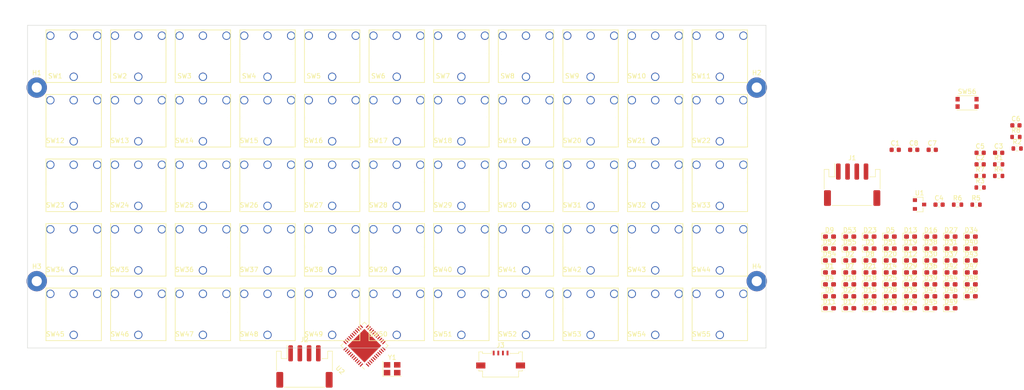
<source format=kicad_pcb>
(kicad_pcb (version 20171130) (host pcbnew 5.1.8+dfsg1-1+b1)
  (layers (0 F.Cu signal) (31 B.Cu signal) (34 B.Paste user) (35 F.Paste user) (36 B.SilkS user) (37 F.SilkS user) (38 B.Mask user) (39 F.Mask user) (44 Edge.Cuts user))
  (net 0 "")
  (net 1 GND)
  (net 2 +5V)
  (net 3 +3V3)
  (net 4 "Net-(C6-Pad1)")
  (net 5 "Net-(C7-Pad1)")
  (net 6 "Net-(C8-Pad1)")
  (net 7 "Net-(D1-Pad2)")
  (net 8 ROW1)
  (net 9 "Net-(D2-Pad2)")
  (net 10 "Net-(D3-Pad2)")
  (net 11 "Net-(D4-Pad2)")
  (net 12 "Net-(D5-Pad2)")
  (net 13 "Net-(D6-Pad2)")
  (net 14 "Net-(D7-Pad2)")
  (net 15 "Net-(D8-Pad2)")
  (net 16 "Net-(D9-Pad2)")
  (net 17 "Net-(D10-Pad2)")
  (net 18 "Net-(D11-Pad2)")
  (net 19 "Net-(D12-Pad2)")
  (net 20 ROW2)
  (net 21 "Net-(D13-Pad2)")
  (net 22 "Net-(D14-Pad2)")
  (net 23 "Net-(D15-Pad2)")
  (net 24 "Net-(D16-Pad2)")
  (net 25 "Net-(D17-Pad2)")
  (net 26 "Net-(D18-Pad2)")
  (net 27 "Net-(D19-Pad2)")
  (net 28 "Net-(D20-Pad2)")
  (net 29 "Net-(D21-Pad2)")
  (net 30 "Net-(D22-Pad2)")
  (net 31 "Net-(D23-Pad2)")
  (net 32 ROW3)
  (net 33 "Net-(D24-Pad2)")
  (net 34 "Net-(D25-Pad2)")
  (net 35 "Net-(D26-Pad2)")
  (net 36 "Net-(D27-Pad2)")
  (net 37 "Net-(D28-Pad2)")
  (net 38 "Net-(D29-Pad2)")
  (net 39 "Net-(D30-Pad2)")
  (net 40 "Net-(D31-Pad2)")
  (net 41 "Net-(D32-Pad2)")
  (net 42 "Net-(D33-Pad2)")
  (net 43 "Net-(D34-Pad2)")
  (net 44 ROW4)
  (net 45 "Net-(D35-Pad2)")
  (net 46 "Net-(D36-Pad2)")
  (net 47 "Net-(D37-Pad2)")
  (net 48 "Net-(D38-Pad2)")
  (net 49 "Net-(D39-Pad2)")
  (net 50 "Net-(D40-Pad2)")
  (net 51 "Net-(D41-Pad2)")
  (net 52 "Net-(D42-Pad2)")
  (net 53 "Net-(D43-Pad2)")
  (net 54 "Net-(D44-Pad2)")
  (net 55 "Net-(D45-Pad2)")
  (net 56 ROW5)
  (net 57 "Net-(D46-Pad2)")
  (net 58 "Net-(D47-Pad2)")
  (net 59 "Net-(D48-Pad2)")
  (net 60 "Net-(D49-Pad2)")
  (net 61 "Net-(D50-Pad2)")
  (net 62 "Net-(D51-Pad2)")
  (net 63 "Net-(D52-Pad2)")
  (net 64 "Net-(D53-Pad2)")
  (net 65 "Net-(D54-Pad2)")
  (net 66 "Net-(D55-Pad2)")
  (net 67 D+)
  (net 68 D-)
  (net 69 UART_TX)
  (net 70 UART_RX)
  (net 71 "Net-(J2-Pad1)")
  (net 72 DISP_SDA)
  (net 73 DISP_SCL)
  (net 74 PROG)
  (net 75 RESET)
  (net 76 "Net-(R3-Pad1)")
  (net 77 "/Pocket Reform Keyboard MCU/UD+")
  (net 78 "/Pocket Reform Keyboard MCU/UD-")
  (net 79 COL1)
  (net 80 COL2)
  (net 81 COL3)
  (net 82 COL4)
  (net 83 COL5)
  (net 84 COL6)
  (net 85 COL7)
  (net 86 COL8)
  (net 87 COL9)
  (net 88 COL10)
  (net 89 COL11)
  (net 90 "Net-(U2-Pad38)")
  (net 91 "Net-(U2-Pad37)")
  (net 92 "Net-(U2-Pad31)")
  (net 93 ROW6)
  (net 94 PWM)
  (module Package_DFN_QFN:QFN-44-1EP_7x7mm_P0.5mm_EP5.15x5.15mm (layer F.Cu) (at 129 138.5 135)
    (fp_text reference U2 (at 0 -7.450001 135) (layer F.SilkS))
    (fp_text value ATMEGA32U4-AU)
    (pad 45 smd rect (at 0 0 135) (size 5.15 5.15) (layers F.Cu F.Mask))
    (pad 44 smd roundrect (at -2.5 -3.4375 135) (size 0.25 0.875) (layers F.Cu F.Paste F.Mask) (net 3 +3V3))
    (pad 43 smd roundrect (at -2 -3.4375 135) (size 0.25 0.875) (layers F.Cu F.Paste F.Mask) (net 1 GND))
    (pad 42 smd roundrect (at -1.5 -3.4375 135) (size 0.25 0.875) (layers F.Cu F.Paste F.Mask) (net 76 "Net-(R3-Pad1)"))
    (pad 41 smd roundrect (at -1 -3.4375 135) (size 0.25 0.875) (layers F.Cu F.Paste F.Mask) (net 87 COL9))
    (pad 40 smd roundrect (at -0.5 -3.4375 135) (size 0.25 0.875) (layers F.Cu F.Paste F.Mask) (net 88 COL10))
    (pad 39 smd roundrect (at 0 -3.4375 135) (size 0.25 0.875) (layers F.Cu F.Paste F.Mask) (net 89 COL11))
    (pad 38 smd roundrect (at 0.5 -3.4375 135) (size 0.25 0.875) (layers F.Cu F.Paste F.Mask) (net 90 "Net-(U2-Pad38)"))
    (pad 37 smd roundrect (at 1 -3.4375 135) (size 0.25 0.875) (layers F.Cu F.Paste F.Mask) (net 91 "Net-(U2-Pad37)"))
    (pad 36 smd roundrect (at 1.5 -3.4375 135) (size 0.25 0.875) (layers F.Cu F.Paste F.Mask) (net 80 COL2))
    (pad 35 smd roundrect (at 2 -3.4375 135) (size 0.25 0.875) (layers F.Cu F.Paste F.Mask) (net 1 GND))
    (pad 34 smd roundrect (at 2.5 -3.4375 135) (size 0.25 0.875) (layers F.Cu F.Paste F.Mask) (net 3 +3V3))
    (pad 33 smd roundrect (at 3.4375 -2.5 135) (size 0.875 0.25) (layers F.Cu F.Paste F.Mask) (net 74 PROG))
    (pad 32 smd roundrect (at 3.4375 -2 135) (size 0.875 0.25) (layers F.Cu F.Paste F.Mask) (net 82 COL4))
    (pad 31 smd roundrect (at 3.4375 -1.5 135) (size 0.875 0.25) (layers F.Cu F.Paste F.Mask) (net 92 "Net-(U2-Pad31)"))
    (pad 30 smd roundrect (at 3.4375 -1 135) (size 0.875 0.25) (layers F.Cu F.Paste F.Mask) (net 8 ROW1))
    (pad 29 smd roundrect (at 3.4375 -0.5 135) (size 0.875 0.25) (layers F.Cu F.Paste F.Mask) (net 20 ROW2))
    (pad 28 smd roundrect (at 3.4375 0 135) (size 0.875 0.25) (layers F.Cu F.Paste F.Mask) (net 32 ROW3))
    (pad 27 smd roundrect (at 3.4375 0.5 135) (size 0.875 0.25) (layers F.Cu F.Paste F.Mask) (net 44 ROW4))
    (pad 26 smd roundrect (at 3.4375 1 135) (size 0.875 0.25) (layers F.Cu F.Paste F.Mask) (net 56 ROW5))
    (pad 25 smd roundrect (at 3.4375 1.5 135) (size 0.875 0.25) (layers F.Cu F.Paste F.Mask) (net 93 ROW6))
    (pad 24 smd roundrect (at 3.4375 2 135) (size 0.875 0.25) (layers F.Cu F.Paste F.Mask) (net 3 +3V3))
    (pad 23 smd roundrect (at 3.4375 2.5 135) (size 0.875 0.25) (layers F.Cu F.Paste F.Mask) (net 1 GND))
    (pad 22 smd roundrect (at 2.5 3.4375 135) (size 0.25 0.875) (layers F.Cu F.Paste F.Mask) (net 79 COL1))
    (pad 21 smd roundrect (at 2 3.4375 135) (size 0.25 0.875) (layers F.Cu F.Paste F.Mask) (net 69 UART_TX))
    (pad 20 smd roundrect (at 1.5 3.4375 135) (size 0.25 0.875) (layers F.Cu F.Paste F.Mask) (net 70 UART_RX))
    (pad 19 smd roundrect (at 1 3.4375 135) (size 0.25 0.875) (layers F.Cu F.Paste F.Mask) (net 72 DISP_SDA))
    (pad 18 smd roundrect (at 0.5 3.4375 135) (size 0.25 0.875) (layers F.Cu F.Paste F.Mask) (net 73 DISP_SCL))
    (pad 17 smd roundrect (at 0 3.4375 135) (size 0.25 0.875) (layers F.Cu F.Paste F.Mask) (net 4 "Net-(C6-Pad1)"))
    (pad 16 smd roundrect (at -0.5 3.4375 135) (size 0.25 0.875) (layers F.Cu F.Paste F.Mask) (net 5 "Net-(C7-Pad1)"))
    (pad 15 smd roundrect (at -1 3.4375 135) (size 0.25 0.875) (layers F.Cu F.Paste F.Mask) (net 1 GND))
    (pad 14 smd roundrect (at -1.5 3.4375 135) (size 0.25 0.875) (layers F.Cu F.Paste F.Mask) (net 3 +3V3))
    (pad 13 smd roundrect (at -2 3.4375 135) (size 0.25 0.875) (layers F.Cu F.Paste F.Mask) (net 75 RESET))
    (pad 12 smd roundrect (at -2.5 3.4375 135) (size 0.25 0.875) (layers F.Cu F.Paste F.Mask) (net 94 PWM))
    (pad 11 smd roundrect (at -3.4375 2.5 135) (size 0.875 0.25) (layers F.Cu F.Paste F.Mask) (net 83 COL5))
    (pad 10 smd roundrect (at -3.4375 2 135) (size 0.875 0.25) (layers F.Cu F.Paste F.Mask) (net 84 COL6))
    (pad 9 smd roundrect (at -3.4375 1.5 135) (size 0.875 0.25) (layers F.Cu F.Paste F.Mask) (net 85 COL7))
    (pad 8 smd roundrect (at -3.4375 1 135) (size 0.875 0.25) (layers F.Cu F.Paste F.Mask) (net 86 COL8))
    (pad 7 smd roundrect (at -3.4375 0.5 135) (size 0.875 0.25) (layers F.Cu F.Paste F.Mask) (net 2 +5V))
    (pad 6 smd roundrect (at -3.4375 0 135) (size 0.875 0.25) (layers F.Cu F.Paste F.Mask) (net 6 "Net-(C8-Pad1)"))
    (pad 5 smd roundrect (at -3.4375 -0.5 135) (size 0.875 0.25) (layers F.Cu F.Paste F.Mask) (net 1 GND))
    (pad 4 smd roundrect (at -3.4375 -1 135) (size 0.875 0.25) (layers F.Cu F.Paste F.Mask) (net 77 "/Pocket Reform Keyboard MCU/UD+"))
    (pad 3 smd roundrect (at -3.4375 -1.5 135) (size 0.875 0.25) (layers F.Cu F.Paste F.Mask) (net 78 "/Pocket Reform Keyboard MCU/UD-"))
    (pad 2 smd roundrect (at -3.4375 -2 135) (size 0.875 0.25) (layers F.Cu F.Paste F.Mask) (net 2 +5V))
    (pad 1 smd roundrect (at -3.4375 -2.5 135) (size 0.875 0.25) (layers F.Cu F.Paste F.Mask) (net 81 COL3))
  )
  (module MountingHole:MountingHole_2.2mm_M2_Pad (layer F.Cu) (at 214 124.5)
    (fp_text reference H4 (at 0 -3.2) (layer F.SilkS))
    (fp_text value MH4)
    (pad 1 thru_hole circle (at 0 0) (size 4.4 4.4) (drill 2.2) (layers *.Cu *.Mask) (net 1 GND))
  )
  (module MountingHole:MountingHole_2.2mm_M2_Pad (layer F.Cu) (at 58 124.5)
    (fp_text reference H3 (at 0 -3.2) (layer F.SilkS))
    (fp_text value MH3)
    (pad 1 thru_hole circle (at 0 0) (size 4.4 4.4) (drill 2.2) (layers *.Cu *.Mask) (net 1 GND))
  )
  (module MountingHole:MountingHole_2.2mm_M2_Pad (layer F.Cu) (at 214 82.5)
    (fp_text reference H2 (at 0 -3.2) (layer F.SilkS))
    (fp_text value MH2)
    (pad 1 thru_hole circle (at 0 0) (size 4.4 4.4) (drill 2.2) (layers *.Cu *.Mask) (net 1 GND))
  )
  (module MountingHole:MountingHole_2.2mm_M2_Pad (layer F.Cu) (at 58 82.5)
    (fp_text reference H1 (at 0 -3.2) (layer F.SilkS))
    (fp_text value MH1)
    (pad 1 thru_hole circle (at 0 0) (size 4.4 4.4) (drill 2.2) (layers *.Cu *.Mask) (net 1 GND))
  )
  (module Crystal:Crystal_SMD_3225-4Pin_3.2x2.5mm (layer F.Cu) (at 135 143.5)
    (fp_text reference Y1 (at 0 -2.45) (layer F.SilkS))
    (fp_text value 16MHz)
    (pad 4 smd rect (at -1.1 -0.85) (size 1.4 1.2) (layers F.Cu F.Paste F.Mask) (net 1 GND))
    (pad 3 smd rect (at 1.1 -0.85) (size 1.4 1.2) (layers F.Cu F.Paste F.Mask) (net 5 "Net-(C7-Pad1)"))
    (pad 2 smd rect (at 1.1 0.85) (size 1.4 1.2) (layers F.Cu F.Paste F.Mask) (net 1 GND))
    (pad 1 smd rect (at -1.1 0.85) (size 1.4 1.2) (layers F.Cu F.Paste F.Mask) (net 4 "Net-(C6-Pad1)"))
  )
  (module Package_TO_SOT_SMD:SOT-23 (layer F.Cu) (at 249.27 107.87)
    (fp_text reference U1 (at 0 -2.5) (layer F.SilkS))
    (fp_text value MCP1700-3302E_SOT23)
    (pad 3 smd rect (at 1 0) (size 0.9 0.8) (layers F.Cu F.Paste F.Mask) (net 2 +5V))
    (pad 2 smd rect (at -1 0.95) (size 0.9 0.8) (layers F.Cu F.Paste F.Mask) (net 3 +3V3))
    (pad 1 smd rect (at -1 -0.95) (size 0.9 0.8) (layers F.Cu F.Paste F.Mask) (net 1 GND))
  )
  (module Button_Switch_SMD:SW_Push_1P1T_NO_CK_KMR2 (layer F.Cu) (at 259.57 85.82)
    (fp_text reference SW56 (at 0 -2.45) (layer F.SilkS))
    (fp_text value RESET)
    (pad 2 smd rect (at 2.05 0.8) (size 0.9 1) (layers F.Cu F.Paste F.Mask) (net 1 GND))
    (pad 1 smd rect (at 2.05 -0.8) (size 0.9 1) (layers F.Cu F.Paste F.Mask) (net 75 RESET))
    (pad 2 smd rect (at -2.05 0.8) (size 0.9 1) (layers F.Cu F.Paste F.Mask) (net 1 GND))
    (pad 1 smd rect (at -2.05 -0.8) (size 0.9 1) (layers F.Cu F.Paste F.Mask) (net 75 RESET))
  )
  (module Resistor_SMD:R_0603_1608Metric (layer F.Cu) (at 270.15 93.21)
    (fp_text reference R8 (at 0 -1.43) (layer F.SilkS))
    (fp_text value 4.7k)
    (pad 2 smd roundrect (at 0.825 0) (size 0.8 0.95) (layers F.Cu F.Paste F.Mask) (net 73 DISP_SCL))
    (pad 1 smd roundrect (at -0.825 0) (size 0.8 0.95) (layers F.Cu F.Paste F.Mask) (net 3 +3V3))
  )
  (module Resistor_SMD:R_0603_1608Metric (layer F.Cu) (at 262.4 101.67)
    (fp_text reference R7 (at 0 -1.43) (layer F.SilkS))
    (fp_text value 4.7k)
    (pad 2 smd roundrect (at 0.825 0) (size 0.8 0.95) (layers F.Cu F.Paste F.Mask) (net 72 DISP_SDA))
    (pad 1 smd roundrect (at -0.825 0) (size 0.8 0.95) (layers F.Cu F.Paste F.Mask) (net 3 +3V3))
  )
  (module Resistor_SMD:R_0603_1608Metric (layer F.Cu) (at 257.51 107.9)
    (fp_text reference R6 (at 0 -1.43) (layer F.SilkS))
    (fp_text value 0)
    (pad 2 smd roundrect (at 0.825 0) (size 0.8 0.95) (layers F.Cu F.Paste F.Mask) (net 3 +3V3))
    (pad 1 smd roundrect (at -0.825 0) (size 0.8 0.95) (layers F.Cu F.Paste F.Mask) (net 71 "Net-(J2-Pad1)"))
  )
  (module Resistor_SMD:R_0603_1608Metric (layer F.Cu) (at 261.52 107.9)
    (fp_text reference R5 (at 0 -1.43) (layer F.SilkS))
    (fp_text value 22)
    (pad 2 smd roundrect (at 0.825 0) (size 0.8 0.95) (layers F.Cu F.Paste F.Mask) (net 68 D-))
    (pad 1 smd roundrect (at -0.825 0) (size 0.8 0.95) (layers F.Cu F.Paste F.Mask) (net 78 "/Pocket Reform Keyboard MCU/UD-"))
  )
  (module Resistor_SMD:R_0603_1608Metric (layer F.Cu) (at 266.41 101.67)
    (fp_text reference R4 (at 0 -1.43) (layer F.SilkS))
    (fp_text value 22)
    (pad 2 smd roundrect (at 0.825 0) (size 0.8 0.95) (layers F.Cu F.Paste F.Mask) (net 67 D+))
    (pad 1 smd roundrect (at -0.825 0) (size 0.8 0.95) (layers F.Cu F.Paste F.Mask) (net 77 "/Pocket Reform Keyboard MCU/UD+"))
  )
  (module Resistor_SMD:R_0603_1608Metric (layer F.Cu) (at 262.4 104.18)
    (fp_text reference R3 (at 0 -1.43) (layer F.SilkS))
    (fp_text value 0)
    (pad 2 smd roundrect (at 0.825 0) (size 0.8 0.95) (layers F.Cu F.Paste F.Mask) (net 3 +3V3))
    (pad 1 smd roundrect (at -0.825 0) (size 0.8 0.95) (layers F.Cu F.Paste F.Mask) (net 76 "Net-(R3-Pad1)"))
  )
  (module Resistor_SMD:R_0603_1608Metric (layer F.Cu) (at 270.42 95.72)
    (fp_text reference R2 (at 0 -1.43) (layer F.SilkS))
    (fp_text value 10k)
    (pad 2 smd roundrect (at 0.825 0) (size 0.8 0.95) (layers F.Cu F.Paste F.Mask) (net 75 RESET))
    (pad 1 smd roundrect (at -0.825 0) (size 0.8 0.95) (layers F.Cu F.Paste F.Mask) (net 3 +3V3))
  )
  (module Resistor_SMD:R_0603_1608Metric (layer F.Cu) (at 266.41 99.16)
    (fp_text reference R1 (at 0 -1.43) (layer F.SilkS))
    (fp_text value 0)
    (pad 2 smd roundrect (at 0.825 0) (size 0.8 0.95) (layers F.Cu F.Paste F.Mask) (net 74 PROG))
    (pad 1 smd roundrect (at -0.825 0) (size 0.8 0.95) (layers F.Cu F.Paste F.Mask) (net 1 GND))
  )
  (module Connector_FFC-FPC:Molex_200528-0040_1x04-1MP_P1.00mm_Horizontal (layer F.Cu) (at 158.5 141)
    (fp_text reference J3 (at 0 -2.61) (layer F.SilkS))
    (fp_text value AUX)
    (pad 4 smd rect (at 1.5 -0.91) (size 0.4 1) (layers F.Cu F.Paste F.Mask) (net 1 GND))
    (pad 3 smd rect (at 0.5 -0.91) (size 0.4 1) (layers F.Cu F.Paste F.Mask) (net 72 DISP_SDA))
    (pad 2 smd rect (at -0.5 -0.91) (size 0.4 1) (layers F.Cu F.Paste F.Mask) (net 73 DISP_SCL))
    (pad 1 smd rect (at -1.5 -0.91) (size 0.4 1) (layers F.Cu F.Paste F.Mask) (net 3 +3V3))
    (pad MP smd rect (at 4.3 1.79) (size 2 1.3) (layers F.Cu F.Paste F.Mask))
    (pad MP smd rect (at -4.3 1.79) (size 2 1.3) (layers F.Cu F.Paste F.Mask))
  )
  (module Connector_JST:JST_PH_S4B-PH-SM4-TB_1x04-1MP_P2.00mm_Horizontal (layer F.Cu) (at 116 143)
    (fp_text reference J2 (at 0 -5.8) (layer F.SilkS))
    (fp_text value UART)
    (pad MP smd roundrect (at 5.35 2.9) (size 1.5 3.4) (layers F.Cu F.Paste F.Mask) (roundrect_rratio 0.166667))
    (pad MP smd roundrect (at -5.35 2.9) (size 1.5 3.4) (layers F.Cu F.Paste F.Mask) (roundrect_rratio 0.166667))
    (pad 4 smd roundrect (at 3 -2.85) (size 1 3.5) (layers F.Cu F.Paste F.Mask) (net 1 GND))
    (pad 3 smd roundrect (at 1 -2.85) (size 1 3.5) (layers F.Cu F.Paste F.Mask) (net 69 UART_TX))
    (pad 2 smd roundrect (at -1 -2.85) (size 1 3.5) (layers F.Cu F.Paste F.Mask) (net 70 UART_RX))
    (pad 1 smd roundrect (at -3 -2.85) (size 1 3.5) (layers F.Cu F.Paste F.Mask) (net 71 "Net-(J2-Pad1)"))
  )
  (module Connector_JST:JST_PH_S4B-PH-SM4-TB_1x04-1MP_P2.00mm_Horizontal (layer F.Cu) (at 234.67 103.57)
    (fp_text reference J1 (at 0 -5.8) (layer F.SilkS))
    (fp_text value USB)
    (pad MP smd roundrect (at 5.35 2.9) (size 1.5 3.4) (layers F.Cu F.Paste F.Mask) (roundrect_rratio 0.166667))
    (pad MP smd roundrect (at -5.35 2.9) (size 1.5 3.4) (layers F.Cu F.Paste F.Mask) (roundrect_rratio 0.166667))
    (pad 4 smd roundrect (at 3 -2.85) (size 1 3.5) (layers F.Cu F.Paste F.Mask) (net 1 GND))
    (pad 3 smd roundrect (at 1 -2.85) (size 1 3.5) (layers F.Cu F.Paste F.Mask) (net 67 D+))
    (pad 2 smd roundrect (at -1 -2.85) (size 1 3.5) (layers F.Cu F.Paste F.Mask) (net 68 D-))
    (pad 1 smd roundrect (at -3 -2.85) (size 1 3.5) (layers F.Cu F.Paste F.Mask) (net 2 +5V))
  )
  (module Diode_SMD:D_0603_1608Metric_Pad1.05x0.95mm_HandSolder (layer F.Cu) (at 234.155 117.42)
    (fp_text reference D55 (at 0 -1.43) (layer F.SilkS))
    (fp_text value MMDL914T1G)
    (pad 2 smd roundrect (at 0.875 0) (size 1.05 0.95) (layers F.Cu F.Paste F.Mask) (net 66 "Net-(D55-Pad2)"))
    (pad 1 smd roundrect (at -0.875 0) (size 1.05 0.95) (layers F.Cu F.Paste F.Mask) (net 56 ROW5))
  )
  (module Diode_SMD:D_0603_1608Metric_Pad1.05x0.95mm_HandSolder (layer F.Cu) (at 229.765 120.01)
    (fp_text reference D54 (at 0 -1.43) (layer F.SilkS))
    (fp_text value MMDL914T1G)
    (pad 2 smd roundrect (at 0.875 0) (size 1.05 0.95) (layers F.Cu F.Paste F.Mask) (net 65 "Net-(D54-Pad2)"))
    (pad 1 smd roundrect (at -0.875 0) (size 1.05 0.95) (layers F.Cu F.Paste F.Mask) (net 56 ROW5))
  )
  (module Diode_SMD:D_0603_1608Metric_Pad1.05x0.95mm_HandSolder (layer F.Cu) (at 234.155 114.83)
    (fp_text reference D53 (at 0 -1.43) (layer F.SilkS))
    (fp_text value MMDL914T1G)
    (pad 2 smd roundrect (at 0.875 0) (size 1.05 0.95) (layers F.Cu F.Paste F.Mask) (net 64 "Net-(D53-Pad2)"))
    (pad 1 smd roundrect (at -0.875 0) (size 1.05 0.95) (layers F.Cu F.Paste F.Mask) (net 56 ROW5))
  )
  (module Diode_SMD:D_0603_1608Metric_Pad1.05x0.95mm_HandSolder (layer F.Cu) (at 229.765 117.42)
    (fp_text reference D52 (at 0 -1.43) (layer F.SilkS))
    (fp_text value MMDL914T1G)
    (pad 2 smd roundrect (at 0.875 0) (size 1.05 0.95) (layers F.Cu F.Paste F.Mask) (net 63 "Net-(D52-Pad2)"))
    (pad 1 smd roundrect (at -0.875 0) (size 1.05 0.95) (layers F.Cu F.Paste F.Mask) (net 56 ROW5))
  )
  (module Diode_SMD:D_0603_1608Metric_Pad1.05x0.95mm_HandSolder (layer F.Cu) (at 242.935 117.42)
    (fp_text reference D51 (at 0 -1.43) (layer F.SilkS))
    (fp_text value MMDL914T1G)
    (pad 2 smd roundrect (at 0.875 0) (size 1.05 0.95) (layers F.Cu F.Paste F.Mask) (net 62 "Net-(D51-Pad2)"))
    (pad 1 smd roundrect (at -0.875 0) (size 1.05 0.95) (layers F.Cu F.Paste F.Mask) (net 56 ROW5))
  )
  (module Diode_SMD:D_0603_1608Metric_Pad1.05x0.95mm_HandSolder (layer F.Cu) (at 260.495 127.78)
    (fp_text reference D50 (at 0 -1.43) (layer F.SilkS))
    (fp_text value MMDL914T1G)
    (pad 2 smd roundrect (at 0.875 0) (size 1.05 0.95) (layers F.Cu F.Paste F.Mask) (net 61 "Net-(D50-Pad2)"))
    (pad 1 smd roundrect (at -0.875 0) (size 1.05 0.95) (layers F.Cu F.Paste F.Mask) (net 56 ROW5))
  )
  (module Diode_SMD:D_0603_1608Metric_Pad1.05x0.95mm_HandSolder (layer F.Cu) (at 256.105 130.37)
    (fp_text reference D49 (at 0 -1.43) (layer F.SilkS))
    (fp_text value MMDL914T1G)
    (pad 2 smd roundrect (at 0.875 0) (size 1.05 0.95) (layers F.Cu F.Paste F.Mask) (net 60 "Net-(D49-Pad2)"))
    (pad 1 smd roundrect (at -0.875 0) (size 1.05 0.95) (layers F.Cu F.Paste F.Mask) (net 56 ROW5))
  )
  (module Diode_SMD:D_0603_1608Metric_Pad1.05x0.95mm_HandSolder (layer F.Cu) (at 260.495 125.19)
    (fp_text reference D48 (at 0 -1.43) (layer F.SilkS))
    (fp_text value MMDL914T1G)
    (pad 2 smd roundrect (at 0.875 0) (size 1.05 0.95) (layers F.Cu F.Paste F.Mask) (net 59 "Net-(D48-Pad2)"))
    (pad 1 smd roundrect (at -0.875 0) (size 1.05 0.95) (layers F.Cu F.Paste F.Mask) (net 56 ROW5))
  )
  (module Diode_SMD:D_0603_1608Metric_Pad1.05x0.95mm_HandSolder (layer F.Cu) (at 260.495 122.6)
    (fp_text reference D47 (at 0 -1.43) (layer F.SilkS))
    (fp_text value MMDL914T1G)
    (pad 2 smd roundrect (at 0.875 0) (size 1.05 0.95) (layers F.Cu F.Paste F.Mask) (net 58 "Net-(D47-Pad2)"))
    (pad 1 smd roundrect (at -0.875 0) (size 1.05 0.95) (layers F.Cu F.Paste F.Mask) (net 56 ROW5))
  )
  (module Diode_SMD:D_0603_1608Metric_Pad1.05x0.95mm_HandSolder (layer F.Cu) (at 256.105 127.78)
    (fp_text reference D46 (at 0 -1.43) (layer F.SilkS))
    (fp_text value MMDL914T1G)
    (pad 2 smd roundrect (at 0.875 0) (size 1.05 0.95) (layers F.Cu F.Paste F.Mask) (net 57 "Net-(D46-Pad2)"))
    (pad 1 smd roundrect (at -0.875 0) (size 1.05 0.95) (layers F.Cu F.Paste F.Mask) (net 56 ROW5))
  )
  (module Diode_SMD:D_0603_1608Metric_Pad1.05x0.95mm_HandSolder (layer F.Cu) (at 251.715 130.37)
    (fp_text reference D45 (at 0 -1.43) (layer F.SilkS))
    (fp_text value MMDL914T1G)
    (pad 2 smd roundrect (at 0.875 0) (size 1.05 0.95) (layers F.Cu F.Paste F.Mask) (net 55 "Net-(D45-Pad2)"))
    (pad 1 smd roundrect (at -0.875 0) (size 1.05 0.95) (layers F.Cu F.Paste F.Mask) (net 56 ROW5))
  )
  (module Diode_SMD:D_0603_1608Metric_Pad1.05x0.95mm_HandSolder (layer F.Cu) (at 256.105 125.19)
    (fp_text reference D44 (at 0 -1.43) (layer F.SilkS))
    (fp_text value MMDL914T1G)
    (pad 2 smd roundrect (at 0.875 0) (size 1.05 0.95) (layers F.Cu F.Paste F.Mask) (net 54 "Net-(D44-Pad2)"))
    (pad 1 smd roundrect (at -0.875 0) (size 1.05 0.95) (layers F.Cu F.Paste F.Mask) (net 44 ROW4))
  )
  (module Diode_SMD:D_0603_1608Metric_Pad1.05x0.95mm_HandSolder (layer F.Cu) (at 260.495 120.01)
    (fp_text reference D43 (at 0 -1.43) (layer F.SilkS))
    (fp_text value MMDL914T1G)
    (pad 2 smd roundrect (at 0.875 0) (size 1.05 0.95) (layers F.Cu F.Paste F.Mask) (net 53 "Net-(D43-Pad2)"))
    (pad 1 smd roundrect (at -0.875 0) (size 1.05 0.95) (layers F.Cu F.Paste F.Mask) (net 44 ROW4))
  )
  (module Diode_SMD:D_0603_1608Metric_Pad1.05x0.95mm_HandSolder (layer F.Cu) (at 256.105 122.6)
    (fp_text reference D42 (at 0 -1.43) (layer F.SilkS))
    (fp_text value MMDL914T1G)
    (pad 2 smd roundrect (at 0.875 0) (size 1.05 0.95) (layers F.Cu F.Paste F.Mask) (net 52 "Net-(D42-Pad2)"))
    (pad 1 smd roundrect (at -0.875 0) (size 1.05 0.95) (layers F.Cu F.Paste F.Mask) (net 44 ROW4))
  )
  (module Diode_SMD:D_0603_1608Metric_Pad1.05x0.95mm_HandSolder (layer F.Cu) (at 251.715 127.78)
    (fp_text reference D41 (at 0 -1.43) (layer F.SilkS))
    (fp_text value MMDL914T1G)
    (pad 2 smd roundrect (at 0.875 0) (size 1.05 0.95) (layers F.Cu F.Paste F.Mask) (net 51 "Net-(D41-Pad2)"))
    (pad 1 smd roundrect (at -0.875 0) (size 1.05 0.95) (layers F.Cu F.Paste F.Mask) (net 44 ROW4))
  )
  (module Diode_SMD:D_0603_1608Metric_Pad1.05x0.95mm_HandSolder (layer F.Cu) (at 260.495 117.42)
    (fp_text reference D40 (at 0 -1.43) (layer F.SilkS))
    (fp_text value MMDL914T1G)
    (pad 2 smd roundrect (at 0.875 0) (size 1.05 0.95) (layers F.Cu F.Paste F.Mask) (net 50 "Net-(D40-Pad2)"))
    (pad 1 smd roundrect (at -0.875 0) (size 1.05 0.95) (layers F.Cu F.Paste F.Mask) (net 44 ROW4))
  )
  (module Diode_SMD:D_0603_1608Metric_Pad1.05x0.95mm_HandSolder (layer F.Cu) (at 251.715 125.19)
    (fp_text reference D39 (at 0 -1.43) (layer F.SilkS))
    (fp_text value MMDL914T1G)
    (pad 2 smd roundrect (at 0.875 0) (size 1.05 0.95) (layers F.Cu F.Paste F.Mask) (net 49 "Net-(D39-Pad2)"))
    (pad 1 smd roundrect (at -0.875 0) (size 1.05 0.95) (layers F.Cu F.Paste F.Mask) (net 44 ROW4))
  )
  (module Diode_SMD:D_0603_1608Metric_Pad1.05x0.95mm_HandSolder (layer F.Cu) (at 251.715 117.42)
    (fp_text reference D38 (at 0 -1.43) (layer F.SilkS))
    (fp_text value MMDL914T1G)
    (pad 2 smd roundrect (at 0.875 0) (size 1.05 0.95) (layers F.Cu F.Paste F.Mask) (net 48 "Net-(D38-Pad2)"))
    (pad 1 smd roundrect (at -0.875 0) (size 1.05 0.95) (layers F.Cu F.Paste F.Mask) (net 44 ROW4))
  )
  (module Diode_SMD:D_0603_1608Metric_Pad1.05x0.95mm_HandSolder (layer F.Cu) (at 256.105 120.01)
    (fp_text reference D37 (at 0 -1.43) (layer F.SilkS))
    (fp_text value MMDL914T1G)
    (pad 2 smd roundrect (at 0.875 0) (size 1.05 0.95) (layers F.Cu F.Paste F.Mask) (net 47 "Net-(D37-Pad2)"))
    (pad 1 smd roundrect (at -0.875 0) (size 1.05 0.95) (layers F.Cu F.Paste F.Mask) (net 44 ROW4))
  )
  (module Diode_SMD:D_0603_1608Metric_Pad1.05x0.95mm_HandSolder (layer F.Cu) (at 251.715 122.6)
    (fp_text reference D36 (at 0 -1.43) (layer F.SilkS))
    (fp_text value MMDL914T1G)
    (pad 2 smd roundrect (at 0.875 0) (size 1.05 0.95) (layers F.Cu F.Paste F.Mask) (net 46 "Net-(D36-Pad2)"))
    (pad 1 smd roundrect (at -0.875 0) (size 1.05 0.95) (layers F.Cu F.Paste F.Mask) (net 44 ROW4))
  )
  (module Diode_SMD:D_0603_1608Metric_Pad1.05x0.95mm_HandSolder (layer F.Cu) (at 247.325 127.78)
    (fp_text reference D35 (at 0 -1.43) (layer F.SilkS))
    (fp_text value MMDL914T1G)
    (pad 2 smd roundrect (at 0.875 0) (size 1.05 0.95) (layers F.Cu F.Paste F.Mask) (net 45 "Net-(D35-Pad2)"))
    (pad 1 smd roundrect (at -0.875 0) (size 1.05 0.95) (layers F.Cu F.Paste F.Mask) (net 44 ROW4))
  )
  (module Diode_SMD:D_0603_1608Metric_Pad1.05x0.95mm_HandSolder (layer F.Cu) (at 260.495 114.83)
    (fp_text reference D34 (at 0 -1.43) (layer F.SilkS))
    (fp_text value MMDL914T1G)
    (pad 2 smd roundrect (at 0.875 0) (size 1.05 0.95) (layers F.Cu F.Paste F.Mask) (net 43 "Net-(D34-Pad2)"))
    (pad 1 smd roundrect (at -0.875 0) (size 1.05 0.95) (layers F.Cu F.Paste F.Mask) (net 44 ROW4))
  )
  (module Diode_SMD:D_0603_1608Metric_Pad1.05x0.95mm_HandSolder (layer F.Cu) (at 242.935 130.37)
    (fp_text reference D33 (at 0 -1.43) (layer F.SilkS))
    (fp_text value MMDL914T1G)
    (pad 2 smd roundrect (at 0.875 0) (size 1.05 0.95) (layers F.Cu F.Paste F.Mask) (net 42 "Net-(D33-Pad2)"))
    (pad 1 smd roundrect (at -0.875 0) (size 1.05 0.95) (layers F.Cu F.Paste F.Mask) (net 32 ROW3))
  )
  (module Diode_SMD:D_0603_1608Metric_Pad1.05x0.95mm_HandSolder (layer F.Cu) (at 247.325 125.19)
    (fp_text reference D32 (at 0 -1.43) (layer F.SilkS))
    (fp_text value MMDL914T1G)
    (pad 2 smd roundrect (at 0.875 0) (size 1.05 0.95) (layers F.Cu F.Paste F.Mask) (net 41 "Net-(D32-Pad2)"))
    (pad 1 smd roundrect (at -0.875 0) (size 1.05 0.95) (layers F.Cu F.Paste F.Mask) (net 32 ROW3))
  )
  (module Diode_SMD:D_0603_1608Metric_Pad1.05x0.95mm_HandSolder (layer F.Cu) (at 256.105 117.42)
    (fp_text reference D31 (at 0 -1.43) (layer F.SilkS))
    (fp_text value MMDL914T1G)
    (pad 2 smd roundrect (at 0.875 0) (size 1.05 0.95) (layers F.Cu F.Paste F.Mask) (net 40 "Net-(D31-Pad2)"))
    (pad 1 smd roundrect (at -0.875 0) (size 1.05 0.95) (layers F.Cu F.Paste F.Mask) (net 32 ROW3))
  )
  (module Diode_SMD:D_0603_1608Metric_Pad1.05x0.95mm_HandSolder (layer F.Cu) (at 251.715 120.01)
    (fp_text reference D30 (at 0 -1.43) (layer F.SilkS))
    (fp_text value MMDL914T1G)
    (pad 2 smd roundrect (at 0.875 0) (size 1.05 0.95) (layers F.Cu F.Paste F.Mask) (net 39 "Net-(D30-Pad2)"))
    (pad 1 smd roundrect (at -0.875 0) (size 1.05 0.95) (layers F.Cu F.Paste F.Mask) (net 32 ROW3))
  )
  (module Diode_SMD:D_0603_1608Metric_Pad1.05x0.95mm_HandSolder (layer F.Cu) (at 247.325 122.6)
    (fp_text reference D29 (at 0 -1.43) (layer F.SilkS))
    (fp_text value MMDL914T1G)
    (pad 2 smd roundrect (at 0.875 0) (size 1.05 0.95) (layers F.Cu F.Paste F.Mask) (net 38 "Net-(D29-Pad2)"))
    (pad 1 smd roundrect (at -0.875 0) (size 1.05 0.95) (layers F.Cu F.Paste F.Mask) (net 32 ROW3))
  )
  (module Diode_SMD:D_0603_1608Metric_Pad1.05x0.95mm_HandSolder (layer F.Cu) (at 242.935 127.78)
    (fp_text reference D28 (at 0 -1.43) (layer F.SilkS))
    (fp_text value MMDL914T1G)
    (pad 2 smd roundrect (at 0.875 0) (size 1.05 0.95) (layers F.Cu F.Paste F.Mask) (net 37 "Net-(D28-Pad2)"))
    (pad 1 smd roundrect (at -0.875 0) (size 1.05 0.95) (layers F.Cu F.Paste F.Mask) (net 32 ROW3))
  )
  (module Diode_SMD:D_0603_1608Metric_Pad1.05x0.95mm_HandSolder (layer F.Cu) (at 256.105 114.83)
    (fp_text reference D27 (at 0 -1.43) (layer F.SilkS))
    (fp_text value MMDL914T1G)
    (pad 2 smd roundrect (at 0.875 0) (size 1.05 0.95) (layers F.Cu F.Paste F.Mask) (net 36 "Net-(D27-Pad2)"))
    (pad 1 smd roundrect (at -0.875 0) (size 1.05 0.95) (layers F.Cu F.Paste F.Mask) (net 32 ROW3))
  )
  (module Diode_SMD:D_0603_1608Metric_Pad1.05x0.95mm_HandSolder (layer F.Cu) (at 238.545 130.37)
    (fp_text reference D26 (at 0 -1.43) (layer F.SilkS))
    (fp_text value MMDL914T1G)
    (pad 2 smd roundrect (at 0.875 0) (size 1.05 0.95) (layers F.Cu F.Paste F.Mask) (net 35 "Net-(D26-Pad2)"))
    (pad 1 smd roundrect (at -0.875 0) (size 1.05 0.95) (layers F.Cu F.Paste F.Mask) (net 32 ROW3))
  )
  (module Diode_SMD:D_0603_1608Metric_Pad1.05x0.95mm_HandSolder (layer F.Cu) (at 242.935 125.19)
    (fp_text reference D25 (at 0 -1.43) (layer F.SilkS))
    (fp_text value MMDL914T1G)
    (pad 2 smd roundrect (at 0.875 0) (size 1.05 0.95) (layers F.Cu F.Paste F.Mask) (net 34 "Net-(D25-Pad2)"))
    (pad 1 smd roundrect (at -0.875 0) (size 1.05 0.95) (layers F.Cu F.Paste F.Mask) (net 32 ROW3))
  )
  (module Diode_SMD:D_0603_1608Metric_Pad1.05x0.95mm_HandSolder (layer F.Cu) (at 247.325 130.37)
    (fp_text reference D24 (at 0 -1.43) (layer F.SilkS))
    (fp_text value MMDL914T1G)
    (pad 2 smd roundrect (at 0.875 0) (size 1.05 0.95) (layers F.Cu F.Paste F.Mask) (net 33 "Net-(D24-Pad2)"))
    (pad 1 smd roundrect (at -0.875 0) (size 1.05 0.95) (layers F.Cu F.Paste F.Mask) (net 32 ROW3))
  )
  (module Diode_SMD:D_0603_1608Metric_Pad1.05x0.95mm_HandSolder (layer F.Cu) (at 238.545 114.83)
    (fp_text reference D23 (at 0 -1.43) (layer F.SilkS))
    (fp_text value MMDL914T1G)
    (pad 2 smd roundrect (at 0.875 0) (size 1.05 0.95) (layers F.Cu F.Paste F.Mask) (net 31 "Net-(D23-Pad2)"))
    (pad 1 smd roundrect (at -0.875 0) (size 1.05 0.95) (layers F.Cu F.Paste F.Mask) (net 32 ROW3))
  )
  (module Diode_SMD:D_0603_1608Metric_Pad1.05x0.95mm_HandSolder (layer F.Cu) (at 234.155 127.78)
    (fp_text reference D22 (at 0 -1.43) (layer F.SilkS))
    (fp_text value MMDL914T1G)
    (pad 2 smd roundrect (at 0.875 0) (size 1.05 0.95) (layers F.Cu F.Paste F.Mask) (net 30 "Net-(D22-Pad2)"))
    (pad 1 smd roundrect (at -0.875 0) (size 1.05 0.95) (layers F.Cu F.Paste F.Mask) (net 20 ROW2))
  )
  (module Diode_SMD:D_0603_1608Metric_Pad1.05x0.95mm_HandSolder (layer F.Cu) (at 238.545 122.6)
    (fp_text reference D21 (at 0 -1.43) (layer F.SilkS))
    (fp_text value MMDL914T1G)
    (pad 2 smd roundrect (at 0.875 0) (size 1.05 0.95) (layers F.Cu F.Paste F.Mask) (net 29 "Net-(D21-Pad2)"))
    (pad 1 smd roundrect (at -0.875 0) (size 1.05 0.95) (layers F.Cu F.Paste F.Mask) (net 20 ROW2))
  )
  (module Diode_SMD:D_0603_1608Metric_Pad1.05x0.95mm_HandSolder (layer F.Cu) (at 242.935 120.01)
    (fp_text reference D20 (at 0 -1.43) (layer F.SilkS))
    (fp_text value MMDL914T1G)
    (pad 2 smd roundrect (at 0.875 0) (size 1.05 0.95) (layers F.Cu F.Paste F.Mask) (net 28 "Net-(D20-Pad2)"))
    (pad 1 smd roundrect (at -0.875 0) (size 1.05 0.95) (layers F.Cu F.Paste F.Mask) (net 20 ROW2))
  )
  (module Diode_SMD:D_0603_1608Metric_Pad1.05x0.95mm_HandSolder (layer F.Cu) (at 247.325 117.42)
    (fp_text reference D19 (at 0 -1.43) (layer F.SilkS))
    (fp_text value MMDL914T1G)
    (pad 2 smd roundrect (at 0.875 0) (size 1.05 0.95) (layers F.Cu F.Paste F.Mask) (net 27 "Net-(D19-Pad2)"))
    (pad 1 smd roundrect (at -0.875 0) (size 1.05 0.95) (layers F.Cu F.Paste F.Mask) (net 20 ROW2))
  )
  (module Diode_SMD:D_0603_1608Metric_Pad1.05x0.95mm_HandSolder (layer F.Cu) (at 238.545 125.19)
    (fp_text reference D18 (at 0 -1.43) (layer F.SilkS))
    (fp_text value MMDL914T1G)
    (pad 2 smd roundrect (at 0.875 0) (size 1.05 0.95) (layers F.Cu F.Paste F.Mask) (net 26 "Net-(D18-Pad2)"))
    (pad 1 smd roundrect (at -0.875 0) (size 1.05 0.95) (layers F.Cu F.Paste F.Mask) (net 20 ROW2))
  )
  (module Diode_SMD:D_0603_1608Metric_Pad1.05x0.95mm_HandSolder (layer F.Cu) (at 234.155 130.37)
    (fp_text reference D17 (at 0 -1.43) (layer F.SilkS))
    (fp_text value MMDL914T1G)
    (pad 2 smd roundrect (at 0.875 0) (size 1.05 0.95) (layers F.Cu F.Paste F.Mask) (net 25 "Net-(D17-Pad2)"))
    (pad 1 smd roundrect (at -0.875 0) (size 1.05 0.95) (layers F.Cu F.Paste F.Mask) (net 20 ROW2))
  )
  (module Diode_SMD:D_0603_1608Metric_Pad1.05x0.95mm_HandSolder (layer F.Cu) (at 251.715 114.83)
    (fp_text reference D16 (at 0 -1.43) (layer F.SilkS))
    (fp_text value MMDL914T1G)
    (pad 2 smd roundrect (at 0.875 0) (size 1.05 0.95) (layers F.Cu F.Paste F.Mask) (net 24 "Net-(D16-Pad2)"))
    (pad 1 smd roundrect (at -0.875 0) (size 1.05 0.95) (layers F.Cu F.Paste F.Mask) (net 20 ROW2))
  )
  (module Diode_SMD:D_0603_1608Metric_Pad1.05x0.95mm_HandSolder (layer F.Cu) (at 238.545 127.78)
    (fp_text reference D15 (at 0 -1.43) (layer F.SilkS))
    (fp_text value MMDL914T1G)
    (pad 2 smd roundrect (at 0.875 0) (size 1.05 0.95) (layers F.Cu F.Paste F.Mask) (net 23 "Net-(D15-Pad2)"))
    (pad 1 smd roundrect (at -0.875 0) (size 1.05 0.95) (layers F.Cu F.Paste F.Mask) (net 20 ROW2))
  )
  (module Diode_SMD:D_0603_1608Metric_Pad1.05x0.95mm_HandSolder (layer F.Cu) (at 242.935 122.6)
    (fp_text reference D14 (at 0 -1.43) (layer F.SilkS))
    (fp_text value MMDL914T1G)
    (pad 2 smd roundrect (at 0.875 0) (size 1.05 0.95) (layers F.Cu F.Paste F.Mask) (net 22 "Net-(D14-Pad2)"))
    (pad 1 smd roundrect (at -0.875 0) (size 1.05 0.95) (layers F.Cu F.Paste F.Mask) (net 20 ROW2))
  )
  (module Diode_SMD:D_0603_1608Metric_Pad1.05x0.95mm_HandSolder (layer F.Cu) (at 247.325 114.83)
    (fp_text reference D13 (at 0 -1.43) (layer F.SilkS))
    (fp_text value MMDL914T1G)
    (pad 2 smd roundrect (at 0.875 0) (size 1.05 0.95) (layers F.Cu F.Paste F.Mask) (net 21 "Net-(D13-Pad2)"))
    (pad 1 smd roundrect (at -0.875 0) (size 1.05 0.95) (layers F.Cu F.Paste F.Mask) (net 20 ROW2))
  )
  (module Diode_SMD:D_0603_1608Metric_Pad1.05x0.95mm_HandSolder (layer F.Cu) (at 247.325 120.01)
    (fp_text reference D12 (at 0 -1.43) (layer F.SilkS))
    (fp_text value MMDL914T1G)
    (pad 2 smd roundrect (at 0.875 0) (size 1.05 0.95) (layers F.Cu F.Paste F.Mask) (net 19 "Net-(D12-Pad2)"))
    (pad 1 smd roundrect (at -0.875 0) (size 1.05 0.95) (layers F.Cu F.Paste F.Mask) (net 20 ROW2))
  )
  (module Diode_SMD:D_0603_1608Metric_Pad1.05x0.95mm_HandSolder (layer F.Cu) (at 229.765 130.37)
    (fp_text reference D11 (at 0 -1.43) (layer F.SilkS))
    (fp_text value MMDL914T1G)
    (pad 2 smd roundrect (at 0.875 0) (size 1.05 0.95) (layers F.Cu F.Paste F.Mask) (net 18 "Net-(D11-Pad2)"))
    (pad 1 smd roundrect (at -0.875 0) (size 1.05 0.95) (layers F.Cu F.Paste F.Mask) (net 8 ROW1))
  )
  (module Diode_SMD:D_0603_1608Metric_Pad1.05x0.95mm_HandSolder (layer F.Cu) (at 234.155 125.19)
    (fp_text reference D10 (at 0 -1.43) (layer F.SilkS))
    (fp_text value MMDL914T1G)
    (pad 2 smd roundrect (at 0.875 0) (size 1.05 0.95) (layers F.Cu F.Paste F.Mask) (net 17 "Net-(D10-Pad2)"))
    (pad 1 smd roundrect (at -0.875 0) (size 1.05 0.95) (layers F.Cu F.Paste F.Mask) (net 8 ROW1))
  )
  (module Diode_SMD:D_0603_1608Metric_Pad1.05x0.95mm_HandSolder (layer F.Cu) (at 229.765 114.83)
    (fp_text reference D9 (at 0 -1.43) (layer F.SilkS))
    (fp_text value MMDL914T1G)
    (pad 2 smd roundrect (at 0.875 0) (size 1.05 0.95) (layers F.Cu F.Paste F.Mask) (net 16 "Net-(D9-Pad2)"))
    (pad 1 smd roundrect (at -0.875 0) (size 1.05 0.95) (layers F.Cu F.Paste F.Mask) (net 8 ROW1))
  )
  (module Diode_SMD:D_0603_1608Metric_Pad1.05x0.95mm_HandSolder (layer F.Cu) (at 238.545 120.01)
    (fp_text reference D8 (at 0 -1.43) (layer F.SilkS))
    (fp_text value MMDL914T1G)
    (pad 2 smd roundrect (at 0.875 0) (size 1.05 0.95) (layers F.Cu F.Paste F.Mask) (net 15 "Net-(D8-Pad2)"))
    (pad 1 smd roundrect (at -0.875 0) (size 1.05 0.95) (layers F.Cu F.Paste F.Mask) (net 8 ROW1))
  )
  (module Diode_SMD:D_0603_1608Metric_Pad1.05x0.95mm_HandSolder (layer F.Cu) (at 234.155 122.6)
    (fp_text reference D7 (at 0 -1.43) (layer F.SilkS))
    (fp_text value MMDL914T1G)
    (pad 2 smd roundrect (at 0.875 0) (size 1.05 0.95) (layers F.Cu F.Paste F.Mask) (net 14 "Net-(D7-Pad2)"))
    (pad 1 smd roundrect (at -0.875 0) (size 1.05 0.95) (layers F.Cu F.Paste F.Mask) (net 8 ROW1))
  )
  (module Diode_SMD:D_0603_1608Metric_Pad1.05x0.95mm_HandSolder (layer F.Cu) (at 229.765 127.78)
    (fp_text reference D6 (at 0 -1.43) (layer F.SilkS))
    (fp_text value MMDL914T1G)
    (pad 2 smd roundrect (at 0.875 0) (size 1.05 0.95) (layers F.Cu F.Paste F.Mask) (net 13 "Net-(D6-Pad2)"))
    (pad 1 smd roundrect (at -0.875 0) (size 1.05 0.95) (layers F.Cu F.Paste F.Mask) (net 8 ROW1))
  )
  (module Diode_SMD:D_0603_1608Metric_Pad1.05x0.95mm_HandSolder (layer F.Cu) (at 242.935 114.83)
    (fp_text reference D5 (at 0 -1.43) (layer F.SilkS))
    (fp_text value MMDL914T1G)
    (pad 2 smd roundrect (at 0.875 0) (size 1.05 0.95) (layers F.Cu F.Paste F.Mask) (net 12 "Net-(D5-Pad2)"))
    (pad 1 smd roundrect (at -0.875 0) (size 1.05 0.95) (layers F.Cu F.Paste F.Mask) (net 8 ROW1))
  )
  (module Diode_SMD:D_0603_1608Metric_Pad1.05x0.95mm_HandSolder (layer F.Cu) (at 229.765 125.19)
    (fp_text reference D4 (at 0 -1.43) (layer F.SilkS))
    (fp_text value MMDL914T1G)
    (pad 2 smd roundrect (at 0.875 0) (size 1.05 0.95) (layers F.Cu F.Paste F.Mask) (net 11 "Net-(D4-Pad2)"))
    (pad 1 smd roundrect (at -0.875 0) (size 1.05 0.95) (layers F.Cu F.Paste F.Mask) (net 8 ROW1))
  )
  (module Diode_SMD:D_0603_1608Metric_Pad1.05x0.95mm_HandSolder (layer F.Cu) (at 238.545 117.42)
    (fp_text reference D3 (at 0 -1.43) (layer F.SilkS))
    (fp_text value MMDL914T1G)
    (pad 2 smd roundrect (at 0.875 0) (size 1.05 0.95) (layers F.Cu F.Paste F.Mask) (net 10 "Net-(D3-Pad2)"))
    (pad 1 smd roundrect (at -0.875 0) (size 1.05 0.95) (layers F.Cu F.Paste F.Mask) (net 8 ROW1))
  )
  (module Diode_SMD:D_0603_1608Metric_Pad1.05x0.95mm_HandSolder (layer F.Cu) (at 234.155 120.01)
    (fp_text reference D2 (at 0 -1.43) (layer F.SilkS))
    (fp_text value MMDL914T1G)
    (pad 2 smd roundrect (at 0.875 0) (size 1.05 0.95) (layers F.Cu F.Paste F.Mask) (net 9 "Net-(D2-Pad2)"))
    (pad 1 smd roundrect (at -0.875 0) (size 1.05 0.95) (layers F.Cu F.Paste F.Mask) (net 8 ROW1))
  )
  (module Diode_SMD:D_0603_1608Metric_Pad1.05x0.95mm_HandSolder (layer F.Cu) (at 229.765 122.6)
    (fp_text reference D1 (at 0 -1.43) (layer F.SilkS))
    (fp_text value MMDL914T1G)
    (pad 2 smd roundrect (at 0.875 0) (size 1.05 0.95) (layers F.Cu F.Paste F.Mask) (net 7 "Net-(D1-Pad2)"))
    (pad 1 smd roundrect (at -0.875 0) (size 1.05 0.95) (layers F.Cu F.Paste F.Mask) (net 8 ROW1))
  )
  (module Capacitor_SMD:C_0603_1608Metric (layer F.Cu) (at 248.01 96)
    (fp_text reference C8 (at 0 -1.43) (layer F.SilkS))
    (fp_text value 1uF)
    (pad 2 smd roundrect (at 0.775 0) (size 0.9 0.95) (layers F.Cu F.Paste F.Mask) (net 1 GND))
    (pad 1 smd roundrect (at -0.775 0) (size 0.9 0.95) (layers F.Cu F.Paste F.Mask) (net 6 "Net-(C8-Pad1)"))
  )
  (module Capacitor_SMD:C_0603_1608Metric (layer F.Cu) (at 252.02 96)
    (fp_text reference C7 (at 0 -1.43) (layer F.SilkS))
    (fp_text value 18pF)
    (pad 2 smd roundrect (at 0.775 0) (size 0.9 0.95) (layers F.Cu F.Paste F.Mask) (net 1 GND))
    (pad 1 smd roundrect (at -0.775 0) (size 0.9 0.95) (layers F.Cu F.Paste F.Mask) (net 5 "Net-(C7-Pad1)"))
  )
  (module Capacitor_SMD:C_0603_1608Metric (layer F.Cu) (at 270.15 90.7)
    (fp_text reference C6 (at 0 -1.43) (layer F.SilkS))
    (fp_text value 18pF)
    (pad 2 smd roundrect (at 0.775 0) (size 0.9 0.95) (layers F.Cu F.Paste F.Mask) (net 1 GND))
    (pad 1 smd roundrect (at -0.775 0) (size 0.9 0.95) (layers F.Cu F.Paste F.Mask) (net 4 "Net-(C6-Pad1)"))
  )
  (module Capacitor_SMD:C_0603_1608Metric (layer F.Cu) (at 262.4 96.65)
    (fp_text reference C5 (at 0 -1.43) (layer F.SilkS))
    (fp_text value 0.1uF)
    (pad 2 smd roundrect (at 0.775 0) (size 0.9 0.95) (layers F.Cu F.Paste F.Mask) (net 1 GND))
    (pad 1 smd roundrect (at -0.775 0) (size 0.9 0.95) (layers F.Cu F.Paste F.Mask) (net 3 +3V3))
  )
  (module Capacitor_SMD:C_0603_1608Metric (layer F.Cu) (at 253.5 107.9)
    (fp_text reference C4 (at 0 -1.43) (layer F.SilkS))
    (fp_text value 1uF)
    (pad 2 smd roundrect (at 0.775 0) (size 0.9 0.95) (layers F.Cu F.Paste F.Mask) (net 1 GND))
    (pad 1 smd roundrect (at -0.775 0) (size 0.9 0.95) (layers F.Cu F.Paste F.Mask) (net 3 +3V3))
  )
  (module Capacitor_SMD:C_0603_1608Metric (layer F.Cu) (at 266.41 96.65)
    (fp_text reference C3 (at 0 -1.43) (layer F.SilkS))
    (fp_text value 0.1uF)
    (pad 2 smd roundrect (at 0.775 0) (size 0.9 0.95) (layers F.Cu F.Paste F.Mask) (net 1 GND))
    (pad 1 smd roundrect (at -0.775 0) (size 0.9 0.95) (layers F.Cu F.Paste F.Mask) (net 2 +5V))
  )
  (module Capacitor_SMD:C_0603_1608Metric (layer F.Cu) (at 262.4 99.16)
    (fp_text reference C2 (at 0 -1.43) (layer F.SilkS))
    (fp_text value 1uF)
    (pad 2 smd roundrect (at 0.775 0) (size 0.9 0.95) (layers F.Cu F.Paste F.Mask) (net 1 GND))
    (pad 1 smd roundrect (at -0.775 0) (size 0.9 0.95) (layers F.Cu F.Paste F.Mask) (net 3 +3V3))
  )
  (module Capacitor_SMD:C_0603_1608Metric (layer F.Cu) (at 244 96)
    (fp_text reference C1 (at 0 -1.43) (layer F.SilkS))
    (fp_text value 1uF)
    (pad 2 smd roundrect (at 0.775 0) (size 0.9 0.95) (layers F.Cu F.Paste F.Mask) (net 1 GND))
    (pad 1 smd roundrect (at -0.775 0) (size 0.9 0.95) (layers F.Cu F.Paste F.Mask) (net 2 +5V))
  )
  (module footprints:cherry-ml (layer F.Cu) (at 60 98)
    (fp_text reference SW23 (at 2 10) (layer F.SilkS))
    (fp_text value Choc)
    (pad "" np_thru_hole circle (at 6 5.05) (size 2.6 2.6) (drill 2.6) (layers *.Cu *.Mask))
    (pad "" np_thru_hole circle (at 11.1 5.05) (size 1.55 1.55) (drill 1.55) (layers *.Cu *.Mask))
    (pad "" np_thru_hole circle (at 0.9 5.05) (size 1.55 1.55) (drill 1.55) (layers *.Cu *.Mask))
    (pad 4 thru_hole circle (at 6 10.156) (size 1.8 1.8) (drill 1.4) (layers *.Cu *.Mask))
    (pad 2 thru_hole circle (at 6 1.248) (size 1.8 1.8) (drill 1.4) (layers *.Cu *.Mask) (net 31 "Net-(D23-Pad2)"))
    (pad 3 thru_hole circle (at 11.11 1.248) (size 1.8 1.8) (drill 1.4) (layers *.Cu *.Mask))
    (pad 1 thru_hole circle (at 0.94 1.248) (size 1.8 1.8) (drill 1.4) (layers *.Cu *.Mask) (net 79 COL1))
  )
  (module footprints:cherry-ml (layer F.Cu) (at 60 112)
    (fp_text reference SW34 (at 2 10) (layer F.SilkS))
    (fp_text value Choc)
    (pad 1 thru_hole circle (at 0.94 1.248) (size 1.8 1.8) (drill 1.4) (layers *.Cu *.Mask) (net 79 COL1))
    (pad 3 thru_hole circle (at 11.11 1.248) (size 1.8 1.8) (drill 1.4) (layers *.Cu *.Mask))
    (pad 2 thru_hole circle (at 6 1.248) (size 1.8 1.8) (drill 1.4) (layers *.Cu *.Mask) (net 43 "Net-(D34-Pad2)"))
    (pad 4 thru_hole circle (at 6 10.156) (size 1.8 1.8) (drill 1.4) (layers *.Cu *.Mask))
    (pad "" np_thru_hole circle (at 0.9 5.05) (size 1.55 1.55) (drill 1.55) (layers *.Cu *.Mask))
    (pad "" np_thru_hole circle (at 11.1 5.05) (size 1.55 1.55) (drill 1.55) (layers *.Cu *.Mask))
    (pad "" np_thru_hole circle (at 6 5.05) (size 2.6 2.6) (drill 2.6) (layers *.Cu *.Mask))
  )
  (module footprints:cherry-ml (layer F.Cu) (at 60 126)
    (fp_text reference SW45 (at 2 10) (layer F.SilkS))
    (fp_text value Choc)
    (pad "" np_thru_hole circle (at 6 5.05) (size 2.6 2.6) (drill 2.6) (layers *.Cu *.Mask))
    (pad "" np_thru_hole circle (at 11.1 5.05) (size 1.55 1.55) (drill 1.55) (layers *.Cu *.Mask))
    (pad "" np_thru_hole circle (at 0.9 5.05) (size 1.55 1.55) (drill 1.55) (layers *.Cu *.Mask))
    (pad 4 thru_hole circle (at 6 10.156) (size 1.8 1.8) (drill 1.4) (layers *.Cu *.Mask))
    (pad 2 thru_hole circle (at 6 1.248) (size 1.8 1.8) (drill 1.4) (layers *.Cu *.Mask) (net 55 "Net-(D45-Pad2)"))
    (pad 3 thru_hole circle (at 11.11 1.248) (size 1.8 1.8) (drill 1.4) (layers *.Cu *.Mask))
    (pad 1 thru_hole circle (at 0.94 1.248) (size 1.8 1.8) (drill 1.4) (layers *.Cu *.Mask) (net 79 COL1))
  )
  (module footprints:cherry-ml (layer F.Cu) (at 60 84)
    (fp_text reference SW12 (at 2 10) (layer F.SilkS))
    (fp_text value Choc)
    (pad "" np_thru_hole circle (at 6 5.05) (size 2.6 2.6) (drill 2.6) (layers *.Cu *.Mask))
    (pad "" np_thru_hole circle (at 11.1 5.05) (size 1.55 1.55) (drill 1.55) (layers *.Cu *.Mask))
    (pad "" np_thru_hole circle (at 0.9 5.05) (size 1.55 1.55) (drill 1.55) (layers *.Cu *.Mask))
    (pad 4 thru_hole circle (at 6 10.156) (size 1.8 1.8) (drill 1.4) (layers *.Cu *.Mask))
    (pad 2 thru_hole circle (at 6 1.248) (size 1.8 1.8) (drill 1.4) (layers *.Cu *.Mask) (net 19 "Net-(D12-Pad2)"))
    (pad 3 thru_hole circle (at 11.11 1.248) (size 1.8 1.8) (drill 1.4) (layers *.Cu *.Mask))
    (pad 1 thru_hole circle (at 0.94 1.248) (size 1.8 1.8) (drill 1.4) (layers *.Cu *.Mask) (net 79 COL1))
  )
  (module footprints:cherry-ml (layer F.Cu) (at 102 126)
    (fp_text reference SW48 (at 2 10) (layer F.SilkS))
    (fp_text value Choc)
    (pad "" np_thru_hole circle (at 6 5.05) (size 2.6 2.6) (drill 2.6) (layers *.Cu *.Mask))
    (pad "" np_thru_hole circle (at 11.1 5.05) (size 1.55 1.55) (drill 1.55) (layers *.Cu *.Mask))
    (pad "" np_thru_hole circle (at 0.9 5.05) (size 1.55 1.55) (drill 1.55) (layers *.Cu *.Mask))
    (pad 4 thru_hole circle (at 6 10.156) (size 1.8 1.8) (drill 1.4) (layers *.Cu *.Mask))
    (pad 2 thru_hole circle (at 6 1.248) (size 1.8 1.8) (drill 1.4) (layers *.Cu *.Mask) (net 59 "Net-(D48-Pad2)"))
    (pad 3 thru_hole circle (at 11.11 1.248) (size 1.8 1.8) (drill 1.4) (layers *.Cu *.Mask))
    (pad 1 thru_hole circle (at 0.94 1.248) (size 1.8 1.8) (drill 1.4) (layers *.Cu *.Mask) (net 82 COL4))
  )
  (module footprints:cherry-ml (layer F.Cu) (at 172 126)
    (fp_text reference SW53 (at 2 10) (layer F.SilkS))
    (fp_text value Choc)
    (pad 1 thru_hole circle (at 0.94 1.248) (size 1.8 1.8) (drill 1.4) (layers *.Cu *.Mask) (net 87 COL9))
    (pad 3 thru_hole circle (at 11.11 1.248) (size 1.8 1.8) (drill 1.4) (layers *.Cu *.Mask))
    (pad 2 thru_hole circle (at 6 1.248) (size 1.8 1.8) (drill 1.4) (layers *.Cu *.Mask) (net 64 "Net-(D53-Pad2)"))
    (pad 4 thru_hole circle (at 6 10.156) (size 1.8 1.8) (drill 1.4) (layers *.Cu *.Mask))
    (pad "" np_thru_hole circle (at 0.9 5.05) (size 1.55 1.55) (drill 1.55) (layers *.Cu *.Mask))
    (pad "" np_thru_hole circle (at 11.1 5.05) (size 1.55 1.55) (drill 1.55) (layers *.Cu *.Mask))
    (pad "" np_thru_hole circle (at 6 5.05) (size 2.6 2.6) (drill 2.6) (layers *.Cu *.Mask))
  )
  (module footprints:cherry-ml (layer F.Cu) (at 186 126)
    (fp_text reference SW54 (at 2 10) (layer F.SilkS))
    (fp_text value Choc)
    (pad "" np_thru_hole circle (at 6 5.05) (size 2.6 2.6) (drill 2.6) (layers *.Cu *.Mask))
    (pad "" np_thru_hole circle (at 11.1 5.05) (size 1.55 1.55) (drill 1.55) (layers *.Cu *.Mask))
    (pad "" np_thru_hole circle (at 0.9 5.05) (size 1.55 1.55) (drill 1.55) (layers *.Cu *.Mask))
    (pad 4 thru_hole circle (at 6 10.156) (size 1.8 1.8) (drill 1.4) (layers *.Cu *.Mask))
    (pad 2 thru_hole circle (at 6 1.248) (size 1.8 1.8) (drill 1.4) (layers *.Cu *.Mask) (net 65 "Net-(D54-Pad2)"))
    (pad 3 thru_hole circle (at 11.11 1.248) (size 1.8 1.8) (drill 1.4) (layers *.Cu *.Mask))
    (pad 1 thru_hole circle (at 0.94 1.248) (size 1.8 1.8) (drill 1.4) (layers *.Cu *.Mask) (net 88 COL10))
  )
  (module footprints:cherry-ml (layer F.Cu) (at 130 126)
    (fp_text reference SW50 (at 2 10) (layer F.SilkS))
    (fp_text value Choc)
    (pad "" np_thru_hole circle (at 6 5.05) (size 2.6 2.6) (drill 2.6) (layers *.Cu *.Mask))
    (pad "" np_thru_hole circle (at 11.1 5.05) (size 1.55 1.55) (drill 1.55) (layers *.Cu *.Mask))
    (pad "" np_thru_hole circle (at 0.9 5.05) (size 1.55 1.55) (drill 1.55) (layers *.Cu *.Mask))
    (pad 4 thru_hole circle (at 6 10.156) (size 1.8 1.8) (drill 1.4) (layers *.Cu *.Mask))
    (pad 2 thru_hole circle (at 6 1.248) (size 1.8 1.8) (drill 1.4) (layers *.Cu *.Mask) (net 61 "Net-(D50-Pad2)"))
    (pad 3 thru_hole circle (at 11.11 1.248) (size 1.8 1.8) (drill 1.4) (layers *.Cu *.Mask))
    (pad 1 thru_hole circle (at 0.94 1.248) (size 1.8 1.8) (drill 1.4) (layers *.Cu *.Mask) (net 84 COL6))
  )
  (module footprints:cherry-ml (layer F.Cu) (at 74 126)
    (fp_text reference SW46 (at 2 10) (layer F.SilkS))
    (fp_text value Choc)
    (pad 1 thru_hole circle (at 0.94 1.248) (size 1.8 1.8) (drill 1.4) (layers *.Cu *.Mask) (net 80 COL2))
    (pad 3 thru_hole circle (at 11.11 1.248) (size 1.8 1.8) (drill 1.4) (layers *.Cu *.Mask))
    (pad 2 thru_hole circle (at 6 1.248) (size 1.8 1.8) (drill 1.4) (layers *.Cu *.Mask) (net 57 "Net-(D46-Pad2)"))
    (pad 4 thru_hole circle (at 6 10.156) (size 1.8 1.8) (drill 1.4) (layers *.Cu *.Mask))
    (pad "" np_thru_hole circle (at 0.9 5.05) (size 1.55 1.55) (drill 1.55) (layers *.Cu *.Mask))
    (pad "" np_thru_hole circle (at 11.1 5.05) (size 1.55 1.55) (drill 1.55) (layers *.Cu *.Mask))
    (pad "" np_thru_hole circle (at 6 5.05) (size 2.6 2.6) (drill 2.6) (layers *.Cu *.Mask))
  )
  (module footprints:cherry-ml (layer F.Cu) (at 200 126)
    (fp_text reference SW55 (at 2 10) (layer F.SilkS))
    (fp_text value Choc)
    (pad 1 thru_hole circle (at 0.94 1.248) (size 1.8 1.8) (drill 1.4) (layers *.Cu *.Mask) (net 89 COL11))
    (pad 3 thru_hole circle (at 11.11 1.248) (size 1.8 1.8) (drill 1.4) (layers *.Cu *.Mask))
    (pad 2 thru_hole circle (at 6 1.248) (size 1.8 1.8) (drill 1.4) (layers *.Cu *.Mask) (net 66 "Net-(D55-Pad2)"))
    (pad 4 thru_hole circle (at 6 10.156) (size 1.8 1.8) (drill 1.4) (layers *.Cu *.Mask))
    (pad "" np_thru_hole circle (at 0.9 5.05) (size 1.55 1.55) (drill 1.55) (layers *.Cu *.Mask))
    (pad "" np_thru_hole circle (at 11.1 5.05) (size 1.55 1.55) (drill 1.55) (layers *.Cu *.Mask))
    (pad "" np_thru_hole circle (at 6 5.05) (size 2.6 2.6) (drill 2.6) (layers *.Cu *.Mask))
  )
  (module footprints:cherry-ml (layer F.Cu) (at 116 126)
    (fp_text reference SW49 (at 2 10) (layer F.SilkS))
    (fp_text value Choc)
    (pad "" np_thru_hole circle (at 6 5.05) (size 2.6 2.6) (drill 2.6) (layers *.Cu *.Mask))
    (pad "" np_thru_hole circle (at 11.1 5.05) (size 1.55 1.55) (drill 1.55) (layers *.Cu *.Mask))
    (pad "" np_thru_hole circle (at 0.9 5.05) (size 1.55 1.55) (drill 1.55) (layers *.Cu *.Mask))
    (pad 4 thru_hole circle (at 6 10.156) (size 1.8 1.8) (drill 1.4) (layers *.Cu *.Mask))
    (pad 2 thru_hole circle (at 6 1.248) (size 1.8 1.8) (drill 1.4) (layers *.Cu *.Mask) (net 60 "Net-(D49-Pad2)"))
    (pad 3 thru_hole circle (at 11.11 1.248) (size 1.8 1.8) (drill 1.4) (layers *.Cu *.Mask))
    (pad 1 thru_hole circle (at 0.94 1.248) (size 1.8 1.8) (drill 1.4) (layers *.Cu *.Mask) (net 83 COL5))
  )
  (module footprints:cherry-ml (layer F.Cu) (at 158 126)
    (fp_text reference SW52 (at 2 10) (layer F.SilkS))
    (fp_text value Choc)
    (pad 1 thru_hole circle (at 0.94 1.248) (size 1.8 1.8) (drill 1.4) (layers *.Cu *.Mask) (net 86 COL8))
    (pad 3 thru_hole circle (at 11.11 1.248) (size 1.8 1.8) (drill 1.4) (layers *.Cu *.Mask))
    (pad 2 thru_hole circle (at 6 1.248) (size 1.8 1.8) (drill 1.4) (layers *.Cu *.Mask) (net 63 "Net-(D52-Pad2)"))
    (pad 4 thru_hole circle (at 6 10.156) (size 1.8 1.8) (drill 1.4) (layers *.Cu *.Mask))
    (pad "" np_thru_hole circle (at 0.9 5.05) (size 1.55 1.55) (drill 1.55) (layers *.Cu *.Mask))
    (pad "" np_thru_hole circle (at 11.1 5.05) (size 1.55 1.55) (drill 1.55) (layers *.Cu *.Mask))
    (pad "" np_thru_hole circle (at 6 5.05) (size 2.6 2.6) (drill 2.6) (layers *.Cu *.Mask))
  )
  (module footprints:cherry-ml (layer F.Cu) (at 144 126)
    (fp_text reference SW51 (at 2 10) (layer F.SilkS))
    (fp_text value Choc)
    (pad 1 thru_hole circle (at 0.94 1.248) (size 1.8 1.8) (drill 1.4) (layers *.Cu *.Mask) (net 85 COL7))
    (pad 3 thru_hole circle (at 11.11 1.248) (size 1.8 1.8) (drill 1.4) (layers *.Cu *.Mask))
    (pad 2 thru_hole circle (at 6 1.248) (size 1.8 1.8) (drill 1.4) (layers *.Cu *.Mask) (net 62 "Net-(D51-Pad2)"))
    (pad 4 thru_hole circle (at 6 10.156) (size 1.8 1.8) (drill 1.4) (layers *.Cu *.Mask))
    (pad "" np_thru_hole circle (at 0.9 5.05) (size 1.55 1.55) (drill 1.55) (layers *.Cu *.Mask))
    (pad "" np_thru_hole circle (at 11.1 5.05) (size 1.55 1.55) (drill 1.55) (layers *.Cu *.Mask))
    (pad "" np_thru_hole circle (at 6 5.05) (size 2.6 2.6) (drill 2.6) (layers *.Cu *.Mask))
  )
  (module footprints:cherry-ml (layer F.Cu) (at 88 126)
    (fp_text reference SW47 (at 2 10) (layer F.SilkS))
    (fp_text value Choc)
    (pad 1 thru_hole circle (at 0.94 1.248) (size 1.8 1.8) (drill 1.4) (layers *.Cu *.Mask) (net 81 COL3))
    (pad 3 thru_hole circle (at 11.11 1.248) (size 1.8 1.8) (drill 1.4) (layers *.Cu *.Mask))
    (pad 2 thru_hole circle (at 6 1.248) (size 1.8 1.8) (drill 1.4) (layers *.Cu *.Mask) (net 58 "Net-(D47-Pad2)"))
    (pad 4 thru_hole circle (at 6 10.156) (size 1.8 1.8) (drill 1.4) (layers *.Cu *.Mask))
    (pad "" np_thru_hole circle (at 0.9 5.05) (size 1.55 1.55) (drill 1.55) (layers *.Cu *.Mask))
    (pad "" np_thru_hole circle (at 11.1 5.05) (size 1.55 1.55) (drill 1.55) (layers *.Cu *.Mask))
    (pad "" np_thru_hole circle (at 6 5.05) (size 2.6 2.6) (drill 2.6) (layers *.Cu *.Mask))
  )
  (module footprints:cherry-ml (layer F.Cu) (at 172 98)
    (fp_text reference SW31 (at 2 10) (layer F.SilkS))
    (fp_text value Choc)
    (pad 1 thru_hole circle (at 0.94 1.248) (size 1.8 1.8) (drill 1.4) (layers *.Cu *.Mask) (net 87 COL9))
    (pad 3 thru_hole circle (at 11.11 1.248) (size 1.8 1.8) (drill 1.4) (layers *.Cu *.Mask))
    (pad 2 thru_hole circle (at 6 1.248) (size 1.8 1.8) (drill 1.4) (layers *.Cu *.Mask) (net 40 "Net-(D31-Pad2)"))
    (pad 4 thru_hole circle (at 6 10.156) (size 1.8 1.8) (drill 1.4) (layers *.Cu *.Mask))
    (pad "" np_thru_hole circle (at 0.9 5.05) (size 1.55 1.55) (drill 1.55) (layers *.Cu *.Mask))
    (pad "" np_thru_hole circle (at 11.1 5.05) (size 1.55 1.55) (drill 1.55) (layers *.Cu *.Mask))
    (pad "" np_thru_hole circle (at 6 5.05) (size 2.6 2.6) (drill 2.6) (layers *.Cu *.Mask))
  )
  (module footprints:cherry-ml (layer F.Cu) (at 116 112)
    (fp_text reference SW38 (at 2 10) (layer F.SilkS))
    (fp_text value Choc)
    (pad 1 thru_hole circle (at 0.94 1.248) (size 1.8 1.8) (drill 1.4) (layers *.Cu *.Mask) (net 83 COL5))
    (pad 3 thru_hole circle (at 11.11 1.248) (size 1.8 1.8) (drill 1.4) (layers *.Cu *.Mask))
    (pad 2 thru_hole circle (at 6 1.248) (size 1.8 1.8) (drill 1.4) (layers *.Cu *.Mask) (net 48 "Net-(D38-Pad2)"))
    (pad 4 thru_hole circle (at 6 10.156) (size 1.8 1.8) (drill 1.4) (layers *.Cu *.Mask))
    (pad "" np_thru_hole circle (at 0.9 5.05) (size 1.55 1.55) (drill 1.55) (layers *.Cu *.Mask))
    (pad "" np_thru_hole circle (at 11.1 5.05) (size 1.55 1.55) (drill 1.55) (layers *.Cu *.Mask))
    (pad "" np_thru_hole circle (at 6 5.05) (size 2.6 2.6) (drill 2.6) (layers *.Cu *.Mask))
  )
  (module footprints:cherry-ml (layer F.Cu) (at 88 98)
    (fp_text reference SW25 (at 2 10) (layer F.SilkS))
    (fp_text value Choc)
    (pad 1 thru_hole circle (at 0.94 1.248) (size 1.8 1.8) (drill 1.4) (layers *.Cu *.Mask) (net 81 COL3))
    (pad 3 thru_hole circle (at 11.11 1.248) (size 1.8 1.8) (drill 1.4) (layers *.Cu *.Mask))
    (pad 2 thru_hole circle (at 6 1.248) (size 1.8 1.8) (drill 1.4) (layers *.Cu *.Mask) (net 34 "Net-(D25-Pad2)"))
    (pad 4 thru_hole circle (at 6 10.156) (size 1.8 1.8) (drill 1.4) (layers *.Cu *.Mask))
    (pad "" np_thru_hole circle (at 0.9 5.05) (size 1.55 1.55) (drill 1.55) (layers *.Cu *.Mask))
    (pad "" np_thru_hole circle (at 11.1 5.05) (size 1.55 1.55) (drill 1.55) (layers *.Cu *.Mask))
    (pad "" np_thru_hole circle (at 6 5.05) (size 2.6 2.6) (drill 2.6) (layers *.Cu *.Mask))
  )
  (module footprints:cherry-ml (layer F.Cu) (at 74 98)
    (fp_text reference SW24 (at 2 10) (layer F.SilkS))
    (fp_text value Choc)
    (pad 1 thru_hole circle (at 0.94 1.248) (size 1.8 1.8) (drill 1.4) (layers *.Cu *.Mask) (net 80 COL2))
    (pad 3 thru_hole circle (at 11.11 1.248) (size 1.8 1.8) (drill 1.4) (layers *.Cu *.Mask))
    (pad 2 thru_hole circle (at 6 1.248) (size 1.8 1.8) (drill 1.4) (layers *.Cu *.Mask) (net 33 "Net-(D24-Pad2)"))
    (pad 4 thru_hole circle (at 6 10.156) (size 1.8 1.8) (drill 1.4) (layers *.Cu *.Mask))
    (pad "" np_thru_hole circle (at 0.9 5.05) (size 1.55 1.55) (drill 1.55) (layers *.Cu *.Mask))
    (pad "" np_thru_hole circle (at 11.1 5.05) (size 1.55 1.55) (drill 1.55) (layers *.Cu *.Mask))
    (pad "" np_thru_hole circle (at 6 5.05) (size 2.6 2.6) (drill 2.6) (layers *.Cu *.Mask))
  )
  (module footprints:cherry-ml (layer F.Cu) (at 116 98)
    (fp_text reference SW27 (at 2 10) (layer F.SilkS))
    (fp_text value Choc)
    (pad "" np_thru_hole circle (at 6 5.05) (size 2.6 2.6) (drill 2.6) (layers *.Cu *.Mask))
    (pad "" np_thru_hole circle (at 11.1 5.05) (size 1.55 1.55) (drill 1.55) (layers *.Cu *.Mask))
    (pad "" np_thru_hole circle (at 0.9 5.05) (size 1.55 1.55) (drill 1.55) (layers *.Cu *.Mask))
    (pad 4 thru_hole circle (at 6 10.156) (size 1.8 1.8) (drill 1.4) (layers *.Cu *.Mask))
    (pad 2 thru_hole circle (at 6 1.248) (size 1.8 1.8) (drill 1.4) (layers *.Cu *.Mask) (net 36 "Net-(D27-Pad2)"))
    (pad 3 thru_hole circle (at 11.11 1.248) (size 1.8 1.8) (drill 1.4) (layers *.Cu *.Mask))
    (pad 1 thru_hole circle (at 0.94 1.248) (size 1.8 1.8) (drill 1.4) (layers *.Cu *.Mask) (net 83 COL5))
  )
  (module footprints:cherry-ml (layer F.Cu) (at 102 112)
    (fp_text reference SW37 (at 2 10) (layer F.SilkS))
    (fp_text value Choc)
    (pad 1 thru_hole circle (at 0.94 1.248) (size 1.8 1.8) (drill 1.4) (layers *.Cu *.Mask) (net 82 COL4))
    (pad 3 thru_hole circle (at 11.11 1.248) (size 1.8 1.8) (drill 1.4) (layers *.Cu *.Mask))
    (pad 2 thru_hole circle (at 6 1.248) (size 1.8 1.8) (drill 1.4) (layers *.Cu *.Mask) (net 47 "Net-(D37-Pad2)"))
    (pad 4 thru_hole circle (at 6 10.156) (size 1.8 1.8) (drill 1.4) (layers *.Cu *.Mask))
    (pad "" np_thru_hole circle (at 0.9 5.05) (size 1.55 1.55) (drill 1.55) (layers *.Cu *.Mask))
    (pad "" np_thru_hole circle (at 11.1 5.05) (size 1.55 1.55) (drill 1.55) (layers *.Cu *.Mask))
    (pad "" np_thru_hole circle (at 6 5.05) (size 2.6 2.6) (drill 2.6) (layers *.Cu *.Mask))
  )
  (module footprints:cherry-ml (layer F.Cu) (at 130 98)
    (fp_text reference SW28 (at 2 10) (layer F.SilkS))
    (fp_text value Choc)
    (pad "" np_thru_hole circle (at 6 5.05) (size 2.6 2.6) (drill 2.6) (layers *.Cu *.Mask))
    (pad "" np_thru_hole circle (at 11.1 5.05) (size 1.55 1.55) (drill 1.55) (layers *.Cu *.Mask))
    (pad "" np_thru_hole circle (at 0.9 5.05) (size 1.55 1.55) (drill 1.55) (layers *.Cu *.Mask))
    (pad 4 thru_hole circle (at 6 10.156) (size 1.8 1.8) (drill 1.4) (layers *.Cu *.Mask))
    (pad 2 thru_hole circle (at 6 1.248) (size 1.8 1.8) (drill 1.4) (layers *.Cu *.Mask) (net 37 "Net-(D28-Pad2)"))
    (pad 3 thru_hole circle (at 11.11 1.248) (size 1.8 1.8) (drill 1.4) (layers *.Cu *.Mask))
    (pad 1 thru_hole circle (at 0.94 1.248) (size 1.8 1.8) (drill 1.4) (layers *.Cu *.Mask) (net 84 COL6))
  )
  (module footprints:cherry-ml (layer F.Cu) (at 144 112)
    (fp_text reference SW40 (at 2 10) (layer F.SilkS))
    (fp_text value Choc)
    (pad "" np_thru_hole circle (at 6 5.05) (size 2.6 2.6) (drill 2.6) (layers *.Cu *.Mask))
    (pad "" np_thru_hole circle (at 11.1 5.05) (size 1.55 1.55) (drill 1.55) (layers *.Cu *.Mask))
    (pad "" np_thru_hole circle (at 0.9 5.05) (size 1.55 1.55) (drill 1.55) (layers *.Cu *.Mask))
    (pad 4 thru_hole circle (at 6 10.156) (size 1.8 1.8) (drill 1.4) (layers *.Cu *.Mask))
    (pad 2 thru_hole circle (at 6 1.248) (size 1.8 1.8) (drill 1.4) (layers *.Cu *.Mask) (net 50 "Net-(D40-Pad2)"))
    (pad 3 thru_hole circle (at 11.11 1.248) (size 1.8 1.8) (drill 1.4) (layers *.Cu *.Mask))
    (pad 1 thru_hole circle (at 0.94 1.248) (size 1.8 1.8) (drill 1.4) (layers *.Cu *.Mask) (net 85 COL7))
  )
  (module footprints:cherry-ml (layer F.Cu) (at 186 112)
    (fp_text reference SW43 (at 2 10) (layer F.SilkS))
    (fp_text value Choc)
    (pad 1 thru_hole circle (at 0.94 1.248) (size 1.8 1.8) (drill 1.4) (layers *.Cu *.Mask) (net 88 COL10))
    (pad 3 thru_hole circle (at 11.11 1.248) (size 1.8 1.8) (drill 1.4) (layers *.Cu *.Mask))
    (pad 2 thru_hole circle (at 6 1.248) (size 1.8 1.8) (drill 1.4) (layers *.Cu *.Mask) (net 53 "Net-(D43-Pad2)"))
    (pad 4 thru_hole circle (at 6 10.156) (size 1.8 1.8) (drill 1.4) (layers *.Cu *.Mask))
    (pad "" np_thru_hole circle (at 0.9 5.05) (size 1.55 1.55) (drill 1.55) (layers *.Cu *.Mask))
    (pad "" np_thru_hole circle (at 11.1 5.05) (size 1.55 1.55) (drill 1.55) (layers *.Cu *.Mask))
    (pad "" np_thru_hole circle (at 6 5.05) (size 2.6 2.6) (drill 2.6) (layers *.Cu *.Mask))
  )
  (module footprints:cherry-ml (layer F.Cu) (at 102 98)
    (fp_text reference SW26 (at 2 10) (layer F.SilkS))
    (fp_text value Choc)
    (pad "" np_thru_hole circle (at 6 5.05) (size 2.6 2.6) (drill 2.6) (layers *.Cu *.Mask))
    (pad "" np_thru_hole circle (at 11.1 5.05) (size 1.55 1.55) (drill 1.55) (layers *.Cu *.Mask))
    (pad "" np_thru_hole circle (at 0.9 5.05) (size 1.55 1.55) (drill 1.55) (layers *.Cu *.Mask))
    (pad 4 thru_hole circle (at 6 10.156) (size 1.8 1.8) (drill 1.4) (layers *.Cu *.Mask))
    (pad 2 thru_hole circle (at 6 1.248) (size 1.8 1.8) (drill 1.4) (layers *.Cu *.Mask) (net 35 "Net-(D26-Pad2)"))
    (pad 3 thru_hole circle (at 11.11 1.248) (size 1.8 1.8) (drill 1.4) (layers *.Cu *.Mask))
    (pad 1 thru_hole circle (at 0.94 1.248) (size 1.8 1.8) (drill 1.4) (layers *.Cu *.Mask) (net 82 COL4))
  )
  (module footprints:cherry-ml (layer F.Cu) (at 200 98)
    (fp_text reference SW33 (at 2 10) (layer F.SilkS))
    (fp_text value Choc)
    (pad 1 thru_hole circle (at 0.94 1.248) (size 1.8 1.8) (drill 1.4) (layers *.Cu *.Mask) (net 89 COL11))
    (pad 3 thru_hole circle (at 11.11 1.248) (size 1.8 1.8) (drill 1.4) (layers *.Cu *.Mask))
    (pad 2 thru_hole circle (at 6 1.248) (size 1.8 1.8) (drill 1.4) (layers *.Cu *.Mask) (net 42 "Net-(D33-Pad2)"))
    (pad 4 thru_hole circle (at 6 10.156) (size 1.8 1.8) (drill 1.4) (layers *.Cu *.Mask))
    (pad "" np_thru_hole circle (at 0.9 5.05) (size 1.55 1.55) (drill 1.55) (layers *.Cu *.Mask))
    (pad "" np_thru_hole circle (at 11.1 5.05) (size 1.55 1.55) (drill 1.55) (layers *.Cu *.Mask))
    (pad "" np_thru_hole circle (at 6 5.05) (size 2.6 2.6) (drill 2.6) (layers *.Cu *.Mask))
  )
  (module footprints:cherry-ml (layer F.Cu) (at 144 98)
    (fp_text reference SW29 (at 2 10) (layer F.SilkS))
    (fp_text value Choc)
    (pad 1 thru_hole circle (at 0.94 1.248) (size 1.8 1.8) (drill 1.4) (layers *.Cu *.Mask) (net 85 COL7))
    (pad 3 thru_hole circle (at 11.11 1.248) (size 1.8 1.8) (drill 1.4) (layers *.Cu *.Mask))
    (pad 2 thru_hole circle (at 6 1.248) (size 1.8 1.8) (drill 1.4) (layers *.Cu *.Mask) (net 38 "Net-(D29-Pad2)"))
    (pad 4 thru_hole circle (at 6 10.156) (size 1.8 1.8) (drill 1.4) (layers *.Cu *.Mask))
    (pad "" np_thru_hole circle (at 0.9 5.05) (size 1.55 1.55) (drill 1.55) (layers *.Cu *.Mask))
    (pad "" np_thru_hole circle (at 11.1 5.05) (size 1.55 1.55) (drill 1.55) (layers *.Cu *.Mask))
    (pad "" np_thru_hole circle (at 6 5.05) (size 2.6 2.6) (drill 2.6) (layers *.Cu *.Mask))
  )
  (module footprints:cherry-ml (layer F.Cu) (at 88 112)
    (fp_text reference SW36 (at 2 10) (layer F.SilkS))
    (fp_text value Choc)
    (pad "" np_thru_hole circle (at 6 5.05) (size 2.6 2.6) (drill 2.6) (layers *.Cu *.Mask))
    (pad "" np_thru_hole circle (at 11.1 5.05) (size 1.55 1.55) (drill 1.55) (layers *.Cu *.Mask))
    (pad "" np_thru_hole circle (at 0.9 5.05) (size 1.55 1.55) (drill 1.55) (layers *.Cu *.Mask))
    (pad 4 thru_hole circle (at 6 10.156) (size 1.8 1.8) (drill 1.4) (layers *.Cu *.Mask))
    (pad 2 thru_hole circle (at 6 1.248) (size 1.8 1.8) (drill 1.4) (layers *.Cu *.Mask) (net 46 "Net-(D36-Pad2)"))
    (pad 3 thru_hole circle (at 11.11 1.248) (size 1.8 1.8) (drill 1.4) (layers *.Cu *.Mask))
    (pad 1 thru_hole circle (at 0.94 1.248) (size 1.8 1.8) (drill 1.4) (layers *.Cu *.Mask) (net 81 COL3))
  )
  (module footprints:cherry-ml (layer F.Cu) (at 200 112)
    (fp_text reference SW44 (at 2 10) (layer F.SilkS))
    (fp_text value Choc)
    (pad "" np_thru_hole circle (at 6 5.05) (size 2.6 2.6) (drill 2.6) (layers *.Cu *.Mask))
    (pad "" np_thru_hole circle (at 11.1 5.05) (size 1.55 1.55) (drill 1.55) (layers *.Cu *.Mask))
    (pad "" np_thru_hole circle (at 0.9 5.05) (size 1.55 1.55) (drill 1.55) (layers *.Cu *.Mask))
    (pad 4 thru_hole circle (at 6 10.156) (size 1.8 1.8) (drill 1.4) (layers *.Cu *.Mask))
    (pad 2 thru_hole circle (at 6 1.248) (size 1.8 1.8) (drill 1.4) (layers *.Cu *.Mask) (net 54 "Net-(D44-Pad2)"))
    (pad 3 thru_hole circle (at 11.11 1.248) (size 1.8 1.8) (drill 1.4) (layers *.Cu *.Mask))
    (pad 1 thru_hole circle (at 0.94 1.248) (size 1.8 1.8) (drill 1.4) (layers *.Cu *.Mask) (net 89 COL11))
  )
  (module footprints:cherry-ml (layer F.Cu) (at 130 112)
    (fp_text reference SW39 (at 2 10) (layer F.SilkS))
    (fp_text value Choc)
    (pad 1 thru_hole circle (at 0.94 1.248) (size 1.8 1.8) (drill 1.4) (layers *.Cu *.Mask) (net 84 COL6))
    (pad 3 thru_hole circle (at 11.11 1.248) (size 1.8 1.8) (drill 1.4) (layers *.Cu *.Mask))
    (pad 2 thru_hole circle (at 6 1.248) (size 1.8 1.8) (drill 1.4) (layers *.Cu *.Mask) (net 49 "Net-(D39-Pad2)"))
    (pad 4 thru_hole circle (at 6 10.156) (size 1.8 1.8) (drill 1.4) (layers *.Cu *.Mask))
    (pad "" np_thru_hole circle (at 0.9 5.05) (size 1.55 1.55) (drill 1.55) (layers *.Cu *.Mask))
    (pad "" np_thru_hole circle (at 11.1 5.05) (size 1.55 1.55) (drill 1.55) (layers *.Cu *.Mask))
    (pad "" np_thru_hole circle (at 6 5.05) (size 2.6 2.6) (drill 2.6) (layers *.Cu *.Mask))
  )
  (module footprints:cherry-ml (layer F.Cu) (at 172 112)
    (fp_text reference SW42 (at 2 10) (layer F.SilkS))
    (fp_text value Choc)
    (pad "" np_thru_hole circle (at 6 5.05) (size 2.6 2.6) (drill 2.6) (layers *.Cu *.Mask))
    (pad "" np_thru_hole circle (at 11.1 5.05) (size 1.55 1.55) (drill 1.55) (layers *.Cu *.Mask))
    (pad "" np_thru_hole circle (at 0.9 5.05) (size 1.55 1.55) (drill 1.55) (layers *.Cu *.Mask))
    (pad 4 thru_hole circle (at 6 10.156) (size 1.8 1.8) (drill 1.4) (layers *.Cu *.Mask))
    (pad 2 thru_hole circle (at 6 1.248) (size 1.8 1.8) (drill 1.4) (layers *.Cu *.Mask) (net 52 "Net-(D42-Pad2)"))
    (pad 3 thru_hole circle (at 11.11 1.248) (size 1.8 1.8) (drill 1.4) (layers *.Cu *.Mask))
    (pad 1 thru_hole circle (at 0.94 1.248) (size 1.8 1.8) (drill 1.4) (layers *.Cu *.Mask) (net 87 COL9))
  )
  (module footprints:cherry-ml (layer F.Cu) (at 158 112)
    (fp_text reference SW41 (at 2 10) (layer F.SilkS))
    (fp_text value Choc)
    (pad "" np_thru_hole circle (at 6 5.05) (size 2.6 2.6) (drill 2.6) (layers *.Cu *.Mask))
    (pad "" np_thru_hole circle (at 11.1 5.05) (size 1.55 1.55) (drill 1.55) (layers *.Cu *.Mask))
    (pad "" np_thru_hole circle (at 0.9 5.05) (size 1.55 1.55) (drill 1.55) (layers *.Cu *.Mask))
    (pad 4 thru_hole circle (at 6 10.156) (size 1.8 1.8) (drill 1.4) (layers *.Cu *.Mask))
    (pad 2 thru_hole circle (at 6 1.248) (size 1.8 1.8) (drill 1.4) (layers *.Cu *.Mask) (net 51 "Net-(D41-Pad2)"))
    (pad 3 thru_hole circle (at 11.11 1.248) (size 1.8 1.8) (drill 1.4) (layers *.Cu *.Mask))
    (pad 1 thru_hole circle (at 0.94 1.248) (size 1.8 1.8) (drill 1.4) (layers *.Cu *.Mask) (net 86 COL8))
  )
  (module footprints:cherry-ml (layer F.Cu) (at 74 112)
    (fp_text reference SW35 (at 2 10) (layer F.SilkS))
    (fp_text value Choc)
    (pad "" np_thru_hole circle (at 6 5.05) (size 2.6 2.6) (drill 2.6) (layers *.Cu *.Mask))
    (pad "" np_thru_hole circle (at 11.1 5.05) (size 1.55 1.55) (drill 1.55) (layers *.Cu *.Mask))
    (pad "" np_thru_hole circle (at 0.9 5.05) (size 1.55 1.55) (drill 1.55) (layers *.Cu *.Mask))
    (pad 4 thru_hole circle (at 6 10.156) (size 1.8 1.8) (drill 1.4) (layers *.Cu *.Mask))
    (pad 2 thru_hole circle (at 6 1.248) (size 1.8 1.8) (drill 1.4) (layers *.Cu *.Mask) (net 45 "Net-(D35-Pad2)"))
    (pad 3 thru_hole circle (at 11.11 1.248) (size 1.8 1.8) (drill 1.4) (layers *.Cu *.Mask))
    (pad 1 thru_hole circle (at 0.94 1.248) (size 1.8 1.8) (drill 1.4) (layers *.Cu *.Mask) (net 80 COL2))
  )
  (module footprints:cherry-ml (layer F.Cu) (at 158 98)
    (fp_text reference SW30 (at 2 10) (layer F.SilkS))
    (fp_text value Choc)
    (pad 1 thru_hole circle (at 0.94 1.248) (size 1.8 1.8) (drill 1.4) (layers *.Cu *.Mask) (net 86 COL8))
    (pad 3 thru_hole circle (at 11.11 1.248) (size 1.8 1.8) (drill 1.4) (layers *.Cu *.Mask))
    (pad 2 thru_hole circle (at 6 1.248) (size 1.8 1.8) (drill 1.4) (layers *.Cu *.Mask) (net 39 "Net-(D30-Pad2)"))
    (pad 4 thru_hole circle (at 6 10.156) (size 1.8 1.8) (drill 1.4) (layers *.Cu *.Mask))
    (pad "" np_thru_hole circle (at 0.9 5.05) (size 1.55 1.55) (drill 1.55) (layers *.Cu *.Mask))
    (pad "" np_thru_hole circle (at 11.1 5.05) (size 1.55 1.55) (drill 1.55) (layers *.Cu *.Mask))
    (pad "" np_thru_hole circle (at 6 5.05) (size 2.6 2.6) (drill 2.6) (layers *.Cu *.Mask))
  )
  (module footprints:cherry-ml (layer F.Cu) (at 186 98)
    (fp_text reference SW32 (at 2 10) (layer F.SilkS))
    (fp_text value Choc)
    (pad "" np_thru_hole circle (at 6 5.05) (size 2.6 2.6) (drill 2.6) (layers *.Cu *.Mask))
    (pad "" np_thru_hole circle (at 11.1 5.05) (size 1.55 1.55) (drill 1.55) (layers *.Cu *.Mask))
    (pad "" np_thru_hole circle (at 0.9 5.05) (size 1.55 1.55) (drill 1.55) (layers *.Cu *.Mask))
    (pad 4 thru_hole circle (at 6 10.156) (size 1.8 1.8) (drill 1.4) (layers *.Cu *.Mask))
    (pad 2 thru_hole circle (at 6 1.248) (size 1.8 1.8) (drill 1.4) (layers *.Cu *.Mask) (net 41 "Net-(D32-Pad2)"))
    (pad 3 thru_hole circle (at 11.11 1.248) (size 1.8 1.8) (drill 1.4) (layers *.Cu *.Mask))
    (pad 1 thru_hole circle (at 0.94 1.248) (size 1.8 1.8) (drill 1.4) (layers *.Cu *.Mask) (net 88 COL10))
  )
  (module footprints:cherry-ml (layer F.Cu) (at 172 84)
    (fp_text reference SW20 (at 2 10) (layer F.SilkS))
    (fp_text value Choc)
    (pad 1 thru_hole circle (at 0.94 1.248) (size 1.8 1.8) (drill 1.4) (layers *.Cu *.Mask) (net 87 COL9))
    (pad 3 thru_hole circle (at 11.11 1.248) (size 1.8 1.8) (drill 1.4) (layers *.Cu *.Mask))
    (pad 2 thru_hole circle (at 6 1.248) (size 1.8 1.8) (drill 1.4) (layers *.Cu *.Mask) (net 28 "Net-(D20-Pad2)"))
    (pad 4 thru_hole circle (at 6 10.156) (size 1.8 1.8) (drill 1.4) (layers *.Cu *.Mask))
    (pad "" np_thru_hole circle (at 0.9 5.05) (size 1.55 1.55) (drill 1.55) (layers *.Cu *.Mask))
    (pad "" np_thru_hole circle (at 11.1 5.05) (size 1.55 1.55) (drill 1.55) (layers *.Cu *.Mask))
    (pad "" np_thru_hole circle (at 6 5.05) (size 2.6 2.6) (drill 2.6) (layers *.Cu *.Mask))
  )
  (module footprints:cherry-ml (layer F.Cu) (at 88 84)
    (fp_text reference SW14 (at 2 10) (layer F.SilkS))
    (fp_text value Choc)
    (pad 1 thru_hole circle (at 0.94 1.248) (size 1.8 1.8) (drill 1.4) (layers *.Cu *.Mask) (net 81 COL3))
    (pad 3 thru_hole circle (at 11.11 1.248) (size 1.8 1.8) (drill 1.4) (layers *.Cu *.Mask))
    (pad 2 thru_hole circle (at 6 1.248) (size 1.8 1.8) (drill 1.4) (layers *.Cu *.Mask) (net 22 "Net-(D14-Pad2)"))
    (pad 4 thru_hole circle (at 6 10.156) (size 1.8 1.8) (drill 1.4) (layers *.Cu *.Mask))
    (pad "" np_thru_hole circle (at 0.9 5.05) (size 1.55 1.55) (drill 1.55) (layers *.Cu *.Mask))
    (pad "" np_thru_hole circle (at 11.1 5.05) (size 1.55 1.55) (drill 1.55) (layers *.Cu *.Mask))
    (pad "" np_thru_hole circle (at 6 5.05) (size 2.6 2.6) (drill 2.6) (layers *.Cu *.Mask))
  )
  (module footprints:cherry-ml (layer F.Cu) (at 74 84)
    (fp_text reference SW13 (at 2 10) (layer F.SilkS))
    (fp_text value Choc)
    (pad 1 thru_hole circle (at 0.94 1.248) (size 1.8 1.8) (drill 1.4) (layers *.Cu *.Mask) (net 80 COL2))
    (pad 3 thru_hole circle (at 11.11 1.248) (size 1.8 1.8) (drill 1.4) (layers *.Cu *.Mask))
    (pad 2 thru_hole circle (at 6 1.248) (size 1.8 1.8) (drill 1.4) (layers *.Cu *.Mask) (net 21 "Net-(D13-Pad2)"))
    (pad 4 thru_hole circle (at 6 10.156) (size 1.8 1.8) (drill 1.4) (layers *.Cu *.Mask))
    (pad "" np_thru_hole circle (at 0.9 5.05) (size 1.55 1.55) (drill 1.55) (layers *.Cu *.Mask))
    (pad "" np_thru_hole circle (at 11.1 5.05) (size 1.55 1.55) (drill 1.55) (layers *.Cu *.Mask))
    (pad "" np_thru_hole circle (at 6 5.05) (size 2.6 2.6) (drill 2.6) (layers *.Cu *.Mask))
  )
  (module footprints:cherry-ml (layer F.Cu) (at 116 84)
    (fp_text reference SW16 (at 2 10) (layer F.SilkS))
    (fp_text value Choc)
    (pad "" np_thru_hole circle (at 6 5.05) (size 2.6 2.6) (drill 2.6) (layers *.Cu *.Mask))
    (pad "" np_thru_hole circle (at 11.1 5.05) (size 1.55 1.55) (drill 1.55) (layers *.Cu *.Mask))
    (pad "" np_thru_hole circle (at 0.9 5.05) (size 1.55 1.55) (drill 1.55) (layers *.Cu *.Mask))
    (pad 4 thru_hole circle (at 6 10.156) (size 1.8 1.8) (drill 1.4) (layers *.Cu *.Mask))
    (pad 2 thru_hole circle (at 6 1.248) (size 1.8 1.8) (drill 1.4) (layers *.Cu *.Mask) (net 24 "Net-(D16-Pad2)"))
    (pad 3 thru_hole circle (at 11.11 1.248) (size 1.8 1.8) (drill 1.4) (layers *.Cu *.Mask))
    (pad 1 thru_hole circle (at 0.94 1.248) (size 1.8 1.8) (drill 1.4) (layers *.Cu *.Mask) (net 83 COL5))
  )
  (module footprints:cherry-ml (layer F.Cu) (at 130 84)
    (fp_text reference SW17 (at 2 10) (layer F.SilkS))
    (fp_text value Choc)
    (pad "" np_thru_hole circle (at 6 5.05) (size 2.6 2.6) (drill 2.6) (layers *.Cu *.Mask))
    (pad "" np_thru_hole circle (at 11.1 5.05) (size 1.55 1.55) (drill 1.55) (layers *.Cu *.Mask))
    (pad "" np_thru_hole circle (at 0.9 5.05) (size 1.55 1.55) (drill 1.55) (layers *.Cu *.Mask))
    (pad 4 thru_hole circle (at 6 10.156) (size 1.8 1.8) (drill 1.4) (layers *.Cu *.Mask))
    (pad 2 thru_hole circle (at 6 1.248) (size 1.8 1.8) (drill 1.4) (layers *.Cu *.Mask) (net 25 "Net-(D17-Pad2)"))
    (pad 3 thru_hole circle (at 11.11 1.248) (size 1.8 1.8) (drill 1.4) (layers *.Cu *.Mask))
    (pad 1 thru_hole circle (at 0.94 1.248) (size 1.8 1.8) (drill 1.4) (layers *.Cu *.Mask) (net 84 COL6))
  )
  (module footprints:cherry-ml (layer F.Cu) (at 102 84)
    (fp_text reference SW15 (at 2 10) (layer F.SilkS))
    (fp_text value Choc)
    (pad "" np_thru_hole circle (at 6 5.05) (size 2.6 2.6) (drill 2.6) (layers *.Cu *.Mask))
    (pad "" np_thru_hole circle (at 11.1 5.05) (size 1.55 1.55) (drill 1.55) (layers *.Cu *.Mask))
    (pad "" np_thru_hole circle (at 0.9 5.05) (size 1.55 1.55) (drill 1.55) (layers *.Cu *.Mask))
    (pad 4 thru_hole circle (at 6 10.156) (size 1.8 1.8) (drill 1.4) (layers *.Cu *.Mask))
    (pad 2 thru_hole circle (at 6 1.248) (size 1.8 1.8) (drill 1.4) (layers *.Cu *.Mask) (net 23 "Net-(D15-Pad2)"))
    (pad 3 thru_hole circle (at 11.11 1.248) (size 1.8 1.8) (drill 1.4) (layers *.Cu *.Mask))
    (pad 1 thru_hole circle (at 0.94 1.248) (size 1.8 1.8) (drill 1.4) (layers *.Cu *.Mask) (net 82 COL4))
  )
  (module footprints:cherry-ml (layer F.Cu) (at 200 84)
    (fp_text reference SW22 (at 2 10) (layer F.SilkS))
    (fp_text value Choc)
    (pad 1 thru_hole circle (at 0.94 1.248) (size 1.8 1.8) (drill 1.4) (layers *.Cu *.Mask) (net 89 COL11))
    (pad 3 thru_hole circle (at 11.11 1.248) (size 1.8 1.8) (drill 1.4) (layers *.Cu *.Mask))
    (pad 2 thru_hole circle (at 6 1.248) (size 1.8 1.8) (drill 1.4) (layers *.Cu *.Mask) (net 30 "Net-(D22-Pad2)"))
    (pad 4 thru_hole circle (at 6 10.156) (size 1.8 1.8) (drill 1.4) (layers *.Cu *.Mask))
    (pad "" np_thru_hole circle (at 0.9 5.05) (size 1.55 1.55) (drill 1.55) (layers *.Cu *.Mask))
    (pad "" np_thru_hole circle (at 11.1 5.05) (size 1.55 1.55) (drill 1.55) (layers *.Cu *.Mask))
    (pad "" np_thru_hole circle (at 6 5.05) (size 2.6 2.6) (drill 2.6) (layers *.Cu *.Mask))
  )
  (module footprints:cherry-ml (layer F.Cu) (at 144 84)
    (fp_text reference SW18 (at 2 10) (layer F.SilkS))
    (fp_text value Choc)
    (pad 1 thru_hole circle (at 0.94 1.248) (size 1.8 1.8) (drill 1.4) (layers *.Cu *.Mask) (net 85 COL7))
    (pad 3 thru_hole circle (at 11.11 1.248) (size 1.8 1.8) (drill 1.4) (layers *.Cu *.Mask))
    (pad 2 thru_hole circle (at 6 1.248) (size 1.8 1.8) (drill 1.4) (layers *.Cu *.Mask) (net 26 "Net-(D18-Pad2)"))
    (pad 4 thru_hole circle (at 6 10.156) (size 1.8 1.8) (drill 1.4) (layers *.Cu *.Mask))
    (pad "" np_thru_hole circle (at 0.9 5.05) (size 1.55 1.55) (drill 1.55) (layers *.Cu *.Mask))
    (pad "" np_thru_hole circle (at 11.1 5.05) (size 1.55 1.55) (drill 1.55) (layers *.Cu *.Mask))
    (pad "" np_thru_hole circle (at 6 5.05) (size 2.6 2.6) (drill 2.6) (layers *.Cu *.Mask))
  )
  (module footprints:cherry-ml (layer F.Cu) (at 158 84)
    (fp_text reference SW19 (at 2 10) (layer F.SilkS))
    (fp_text value Choc)
    (pad 1 thru_hole circle (at 0.94 1.248) (size 1.8 1.8) (drill 1.4) (layers *.Cu *.Mask) (net 86 COL8))
    (pad 3 thru_hole circle (at 11.11 1.248) (size 1.8 1.8) (drill 1.4) (layers *.Cu *.Mask))
    (pad 2 thru_hole circle (at 6 1.248) (size 1.8 1.8) (drill 1.4) (layers *.Cu *.Mask) (net 27 "Net-(D19-Pad2)"))
    (pad 4 thru_hole circle (at 6 10.156) (size 1.8 1.8) (drill 1.4) (layers *.Cu *.Mask))
    (pad "" np_thru_hole circle (at 0.9 5.05) (size 1.55 1.55) (drill 1.55) (layers *.Cu *.Mask))
    (pad "" np_thru_hole circle (at 11.1 5.05) (size 1.55 1.55) (drill 1.55) (layers *.Cu *.Mask))
    (pad "" np_thru_hole circle (at 6 5.05) (size 2.6 2.6) (drill 2.6) (layers *.Cu *.Mask))
  )
  (module footprints:cherry-ml (layer F.Cu) (at 186 84)
    (fp_text reference SW21 (at 2 10) (layer F.SilkS))
    (fp_text value Choc)
    (pad "" np_thru_hole circle (at 6 5.05) (size 2.6 2.6) (drill 2.6) (layers *.Cu *.Mask))
    (pad "" np_thru_hole circle (at 11.1 5.05) (size 1.55 1.55) (drill 1.55) (layers *.Cu *.Mask))
    (pad "" np_thru_hole circle (at 0.9 5.05) (size 1.55 1.55) (drill 1.55) (layers *.Cu *.Mask))
    (pad 4 thru_hole circle (at 6 10.156) (size 1.8 1.8) (drill 1.4) (layers *.Cu *.Mask))
    (pad 2 thru_hole circle (at 6 1.248) (size 1.8 1.8) (drill 1.4) (layers *.Cu *.Mask) (net 29 "Net-(D21-Pad2)"))
    (pad 3 thru_hole circle (at 11.11 1.248) (size 1.8 1.8) (drill 1.4) (layers *.Cu *.Mask))
    (pad 1 thru_hole circle (at 0.94 1.248) (size 1.8 1.8) (drill 1.4) (layers *.Cu *.Mask) (net 88 COL10))
  )
  (module footprints:cherry-ml (layer F.Cu) (at 186 70)
    (fp_text reference SW10 (at 2 10) (layer F.SilkS))
    (fp_text value Choc)
    (pad 1 thru_hole circle (at 0.94 1.248) (size 1.8 1.8) (drill 1.4) (layers *.Cu *.Mask) (net 88 COL10))
    (pad 3 thru_hole circle (at 11.11 1.248) (size 1.8 1.8) (drill 1.4) (layers *.Cu *.Mask))
    (pad 2 thru_hole circle (at 6 1.248) (size 1.8 1.8) (drill 1.4) (layers *.Cu *.Mask) (net 17 "Net-(D10-Pad2)"))
    (pad 4 thru_hole circle (at 6 10.156) (size 1.8 1.8) (drill 1.4) (layers *.Cu *.Mask))
    (pad "" np_thru_hole circle (at 0.9 5.05) (size 1.55 1.55) (drill 1.55) (layers *.Cu *.Mask))
    (pad "" np_thru_hole circle (at 11.1 5.05) (size 1.55 1.55) (drill 1.55) (layers *.Cu *.Mask))
    (pad "" np_thru_hole circle (at 6 5.05) (size 2.6 2.6) (drill 2.6) (layers *.Cu *.Mask))
  )
  (module footprints:cherry-ml (layer F.Cu) (at 158 70)
    (fp_text reference SW8 (at 2 10) (layer F.SilkS))
    (fp_text value Choc)
    (pad "" np_thru_hole circle (at 6 5.05) (size 2.6 2.6) (drill 2.6) (layers *.Cu *.Mask))
    (pad "" np_thru_hole circle (at 11.1 5.05) (size 1.55 1.55) (drill 1.55) (layers *.Cu *.Mask))
    (pad "" np_thru_hole circle (at 0.9 5.05) (size 1.55 1.55) (drill 1.55) (layers *.Cu *.Mask))
    (pad 4 thru_hole circle (at 6 10.156) (size 1.8 1.8) (drill 1.4) (layers *.Cu *.Mask))
    (pad 2 thru_hole circle (at 6 1.248) (size 1.8 1.8) (drill 1.4) (layers *.Cu *.Mask) (net 15 "Net-(D8-Pad2)"))
    (pad 3 thru_hole circle (at 11.11 1.248) (size 1.8 1.8) (drill 1.4) (layers *.Cu *.Mask))
    (pad 1 thru_hole circle (at 0.94 1.248) (size 1.8 1.8) (drill 1.4) (layers *.Cu *.Mask) (net 86 COL8))
  )
  (module footprints:cherry-ml (layer F.Cu) (at 172 70)
    (fp_text reference SW9 (at 2 10) (layer F.SilkS))
    (fp_text value Choc)
    (pad "" np_thru_hole circle (at 6 5.05) (size 2.6 2.6) (drill 2.6) (layers *.Cu *.Mask))
    (pad "" np_thru_hole circle (at 11.1 5.05) (size 1.55 1.55) (drill 1.55) (layers *.Cu *.Mask))
    (pad "" np_thru_hole circle (at 0.9 5.05) (size 1.55 1.55) (drill 1.55) (layers *.Cu *.Mask))
    (pad 4 thru_hole circle (at 6 10.156) (size 1.8 1.8) (drill 1.4) (layers *.Cu *.Mask))
    (pad 2 thru_hole circle (at 6 1.248) (size 1.8 1.8) (drill 1.4) (layers *.Cu *.Mask) (net 16 "Net-(D9-Pad2)"))
    (pad 3 thru_hole circle (at 11.11 1.248) (size 1.8 1.8) (drill 1.4) (layers *.Cu *.Mask))
    (pad 1 thru_hole circle (at 0.94 1.248) (size 1.8 1.8) (drill 1.4) (layers *.Cu *.Mask) (net 87 COL9))
  )
  (module footprints:cherry-ml (layer F.Cu) (at 144 70)
    (fp_text reference SW7 (at 2 10) (layer F.SilkS))
    (fp_text value Choc)
    (pad "" np_thru_hole circle (at 6 5.05) (size 2.6 2.6) (drill 2.6) (layers *.Cu *.Mask))
    (pad "" np_thru_hole circle (at 11.1 5.05) (size 1.55 1.55) (drill 1.55) (layers *.Cu *.Mask))
    (pad "" np_thru_hole circle (at 0.9 5.05) (size 1.55 1.55) (drill 1.55) (layers *.Cu *.Mask))
    (pad 4 thru_hole circle (at 6 10.156) (size 1.8 1.8) (drill 1.4) (layers *.Cu *.Mask))
    (pad 2 thru_hole circle (at 6 1.248) (size 1.8 1.8) (drill 1.4) (layers *.Cu *.Mask) (net 14 "Net-(D7-Pad2)"))
    (pad 3 thru_hole circle (at 11.11 1.248) (size 1.8 1.8) (drill 1.4) (layers *.Cu *.Mask))
    (pad 1 thru_hole circle (at 0.94 1.248) (size 1.8 1.8) (drill 1.4) (layers *.Cu *.Mask) (net 85 COL7))
  )
  (module footprints:cherry-ml (layer F.Cu) (at 130 70)
    (fp_text reference SW6 (at 2 10) (layer F.SilkS))
    (fp_text value Choc)
    (pad 1 thru_hole circle (at 0.94 1.248) (size 1.8 1.8) (drill 1.4) (layers *.Cu *.Mask) (net 84 COL6))
    (pad 3 thru_hole circle (at 11.11 1.248) (size 1.8 1.8) (drill 1.4) (layers *.Cu *.Mask))
    (pad 2 thru_hole circle (at 6 1.248) (size 1.8 1.8) (drill 1.4) (layers *.Cu *.Mask) (net 13 "Net-(D6-Pad2)"))
    (pad 4 thru_hole circle (at 6 10.156) (size 1.8 1.8) (drill 1.4) (layers *.Cu *.Mask))
    (pad "" np_thru_hole circle (at 0.9 5.05) (size 1.55 1.55) (drill 1.55) (layers *.Cu *.Mask))
    (pad "" np_thru_hole circle (at 11.1 5.05) (size 1.55 1.55) (drill 1.55) (layers *.Cu *.Mask))
    (pad "" np_thru_hole circle (at 6 5.05) (size 2.6 2.6) (drill 2.6) (layers *.Cu *.Mask))
  )
  (module footprints:cherry-ml (layer F.Cu) (at 116 70)
    (fp_text reference SW5 (at 2 10) (layer F.SilkS))
    (fp_text value Choc)
    (pad 1 thru_hole circle (at 0.94 1.248) (size 1.8 1.8) (drill 1.4) (layers *.Cu *.Mask) (net 83 COL5))
    (pad 3 thru_hole circle (at 11.11 1.248) (size 1.8 1.8) (drill 1.4) (layers *.Cu *.Mask))
    (pad 2 thru_hole circle (at 6 1.248) (size 1.8 1.8) (drill 1.4) (layers *.Cu *.Mask) (net 12 "Net-(D5-Pad2)"))
    (pad 4 thru_hole circle (at 6 10.156) (size 1.8 1.8) (drill 1.4) (layers *.Cu *.Mask))
    (pad "" np_thru_hole circle (at 0.9 5.05) (size 1.55 1.55) (drill 1.55) (layers *.Cu *.Mask))
    (pad "" np_thru_hole circle (at 11.1 5.05) (size 1.55 1.55) (drill 1.55) (layers *.Cu *.Mask))
    (pad "" np_thru_hole circle (at 6 5.05) (size 2.6 2.6) (drill 2.6) (layers *.Cu *.Mask))
  )
  (module footprints:cherry-ml (layer F.Cu) (at 102 70)
    (fp_text reference SW4 (at 2 10) (layer F.SilkS))
    (fp_text value Choc)
    (pad 1 thru_hole circle (at 0.94 1.248) (size 1.8 1.8) (drill 1.4) (layers *.Cu *.Mask) (net 82 COL4))
    (pad 3 thru_hole circle (at 11.11 1.248) (size 1.8 1.8) (drill 1.4) (layers *.Cu *.Mask))
    (pad 2 thru_hole circle (at 6 1.248) (size 1.8 1.8) (drill 1.4) (layers *.Cu *.Mask) (net 11 "Net-(D4-Pad2)"))
    (pad 4 thru_hole circle (at 6 10.156) (size 1.8 1.8) (drill 1.4) (layers *.Cu *.Mask))
    (pad "" np_thru_hole circle (at 0.9 5.05) (size 1.55 1.55) (drill 1.55) (layers *.Cu *.Mask))
    (pad "" np_thru_hole circle (at 11.1 5.05) (size 1.55 1.55) (drill 1.55) (layers *.Cu *.Mask))
    (pad "" np_thru_hole circle (at 6 5.05) (size 2.6 2.6) (drill 2.6) (layers *.Cu *.Mask))
  )
  (module footprints:cherry-ml (layer F.Cu) (at 200 70)
    (fp_text reference SW11 (at 2 10) (layer F.SilkS))
    (fp_text value Choc)
    (pad "" np_thru_hole circle (at 6 5.05) (size 2.6 2.6) (drill 2.6) (layers *.Cu *.Mask))
    (pad "" np_thru_hole circle (at 11.1 5.05) (size 1.55 1.55) (drill 1.55) (layers *.Cu *.Mask))
    (pad "" np_thru_hole circle (at 0.9 5.05) (size 1.55 1.55) (drill 1.55) (layers *.Cu *.Mask))
    (pad 4 thru_hole circle (at 6 10.156) (size 1.8 1.8) (drill 1.4) (layers *.Cu *.Mask))
    (pad 2 thru_hole circle (at 6 1.248) (size 1.8 1.8) (drill 1.4) (layers *.Cu *.Mask) (net 18 "Net-(D11-Pad2)"))
    (pad 3 thru_hole circle (at 11.11 1.248) (size 1.8 1.8) (drill 1.4) (layers *.Cu *.Mask))
    (pad 1 thru_hole circle (at 0.94 1.248) (size 1.8 1.8) (drill 1.4) (layers *.Cu *.Mask) (net 89 COL11))
  )
  (module footprints:cherry-ml (layer F.Cu) (at 60 70)
    (fp_text reference SW1 (at 2 10) (layer F.SilkS))
    (fp_text value Choc)
    (pad "" np_thru_hole circle (at 6 5.05) (size 2.6 2.6) (drill 2.6) (layers *.Cu *.Mask))
    (pad "" np_thru_hole circle (at 11.1 5.05) (size 1.55 1.55) (drill 1.55) (layers *.Cu *.Mask))
    (pad "" np_thru_hole circle (at 0.9 5.05) (size 1.55 1.55) (drill 1.55) (layers *.Cu *.Mask))
    (pad 4 thru_hole circle (at 6 10.156) (size 1.8 1.8) (drill 1.4) (layers *.Cu *.Mask))
    (pad 2 thru_hole circle (at 6 1.248) (size 1.8 1.8) (drill 1.4) (layers *.Cu *.Mask) (net 7 "Net-(D1-Pad2)"))
    (pad 3 thru_hole circle (at 11.11 1.248) (size 1.8 1.8) (drill 1.4) (layers *.Cu *.Mask))
    (pad 1 thru_hole circle (at 0.94 1.248) (size 1.8 1.8) (drill 1.4) (layers *.Cu *.Mask) (net 79 COL1))
  )
  (module footprints:cherry-ml (layer F.Cu) (at 88 70)
    (fp_text reference SW3 (at 2 10) (layer F.SilkS))
    (fp_text value Choc)
    (pad "" np_thru_hole circle (at 6 5.05) (size 2.6 2.6) (drill 2.6) (layers *.Cu *.Mask))
    (pad "" np_thru_hole circle (at 11.1 5.05) (size 1.55 1.55) (drill 1.55) (layers *.Cu *.Mask))
    (pad "" np_thru_hole circle (at 0.9 5.05) (size 1.55 1.55) (drill 1.55) (layers *.Cu *.Mask))
    (pad 4 thru_hole circle (at 6 10.156) (size 1.8 1.8) (drill 1.4) (layers *.Cu *.Mask))
    (pad 2 thru_hole circle (at 6 1.248) (size 1.8 1.8) (drill 1.4) (layers *.Cu *.Mask) (net 10 "Net-(D3-Pad2)"))
    (pad 3 thru_hole circle (at 11.11 1.248) (size 1.8 1.8) (drill 1.4) (layers *.Cu *.Mask))
    (pad 1 thru_hole circle (at 0.94 1.248) (size 1.8 1.8) (drill 1.4) (layers *.Cu *.Mask) (net 81 COL3))
  )
  (module footprints:cherry-ml (layer F.Cu) (at 74 70)
    (fp_text reference SW2 (at 2 10) (layer F.SilkS))
    (fp_text value Choc)
    (pad "" np_thru_hole circle (at 6 5.05) (size 2.6 2.6) (drill 2.6) (layers *.Cu *.Mask))
    (pad "" np_thru_hole circle (at 11.1 5.05) (size 1.55 1.55) (drill 1.55) (layers *.Cu *.Mask))
    (pad "" np_thru_hole circle (at 0.9 5.05) (size 1.55 1.55) (drill 1.55) (layers *.Cu *.Mask))
    (pad 4 thru_hole circle (at 6 10.156) (size 1.8 1.8) (drill 1.4) (layers *.Cu *.Mask))
    (pad 2 thru_hole circle (at 6 1.248) (size 1.8 1.8) (drill 1.4) (layers *.Cu *.Mask) (net 9 "Net-(D2-Pad2)"))
    (pad 3 thru_hole circle (at 11.11 1.248) (size 1.8 1.8) (drill 1.4) (layers *.Cu *.Mask))
    (pad 1 thru_hole circle (at 0.94 1.248) (size 1.8 1.8) (drill 1.4) (layers *.Cu *.Mask) (net 80 COL2))
  )
  (gr_line (start 216 69) (end 216 139) (layer Edge.Cuts) (width 0.1))
  (gr_line (start 56 69) (end 216 69) (layer Edge.Cuts) (width 0.1))
  (gr_line (start 56 139) (end 56 69) (layer Edge.Cuts) (width 0.1))
  (gr_line (start 216 139) (end 56 139) (layer Edge.Cuts) (width 0.1))
)
</source>
